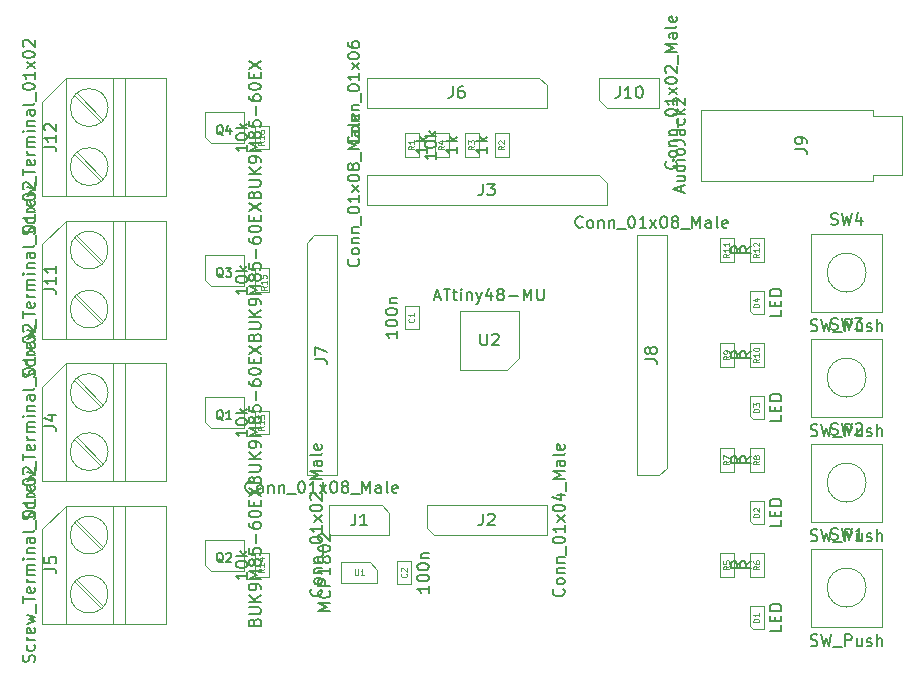
<source format=gbr>
G04 #@! TF.GenerationSoftware,KiCad,Pcbnew,(5.1.0-rc1-103-gc65c7d3de)*
G04 #@! TF.CreationDate,2019-08-30T11:30:51+02:00
G04 #@! TF.ProjectId,pinballControlUnit,70696e62-616c-46c4-936f-6e74726f6c55,rev?*
G04 #@! TF.SameCoordinates,Original*
G04 #@! TF.FileFunction,Other,Fab,Top*
%FSLAX46Y46*%
G04 Gerber Fmt 4.6, Leading zero omitted, Abs format (unit mm)*
G04 Created by KiCad (PCBNEW (5.1.0-rc1-103-gc65c7d3de)) date 2019-08-30 11:30:51*
%MOMM*%
%LPD*%
G04 APERTURE LIST*
%ADD10C,0.100000*%
%ADD11C,0.150000*%
%ADD12C,0.080000*%
%ADD13C,0.130000*%
%ADD14C,0.075000*%
G04 APERTURE END LIST*
D10*
X116840000Y-96520000D02*
X116205000Y-97155000D01*
X116840000Y-76835000D02*
X116840000Y-96520000D01*
X114300000Y-76835000D02*
X116840000Y-76835000D01*
X114300000Y-97155000D02*
X114300000Y-76835000D01*
X116205000Y-97155000D02*
X114300000Y-97155000D01*
X111760000Y-66040000D02*
X111125000Y-65405000D01*
X116205000Y-66040000D02*
X111760000Y-66040000D01*
X116205000Y-63500000D02*
X116205000Y-66040000D01*
X111125000Y-63500000D02*
X116205000Y-63500000D01*
X111125000Y-65405000D02*
X111125000Y-63500000D01*
X86360000Y-77470000D02*
X86995000Y-76835000D01*
X86360000Y-97155000D02*
X86360000Y-77470000D01*
X88900000Y-97155000D02*
X86360000Y-97155000D01*
X88900000Y-76835000D02*
X88900000Y-97155000D01*
X86995000Y-76835000D02*
X88900000Y-76835000D01*
X106045000Y-63500000D02*
X106680000Y-64135000D01*
X91440000Y-63500000D02*
X106045000Y-63500000D01*
X91440000Y-66040000D02*
X91440000Y-63500000D01*
X106680000Y-66040000D02*
X91440000Y-66040000D01*
X106680000Y-64135000D02*
X106680000Y-66040000D01*
X111125000Y-71755000D02*
X111760000Y-72390000D01*
X91440000Y-71755000D02*
X111125000Y-71755000D01*
X91440000Y-74295000D02*
X91440000Y-71755000D01*
X111760000Y-74295000D02*
X91440000Y-74295000D01*
X111760000Y-72390000D02*
X111760000Y-74295000D01*
X92710000Y-99695000D02*
X93345000Y-100330000D01*
X88265000Y-99695000D02*
X92710000Y-99695000D01*
X88265000Y-102235000D02*
X88265000Y-99695000D01*
X93345000Y-102235000D02*
X88265000Y-102235000D01*
X93345000Y-100330000D02*
X93345000Y-102235000D01*
X104340000Y-87225000D02*
X103340000Y-88225000D01*
X104340000Y-83225000D02*
X104340000Y-87225000D01*
X99340000Y-83225000D02*
X104340000Y-83225000D01*
X99340000Y-88225000D02*
X99340000Y-83225000D01*
X103340000Y-88225000D02*
X99340000Y-88225000D01*
X129080000Y-83310000D02*
X129080000Y-76710000D01*
X135080000Y-83310000D02*
X129080000Y-83310000D01*
X135080000Y-76710000D02*
X135080000Y-83310000D01*
X129080000Y-76710000D02*
X135080000Y-76710000D01*
X133730000Y-80010000D02*
G75*
G03X133730000Y-80010000I-1650000J0D01*
G01*
X129080000Y-92200000D02*
X129080000Y-85600000D01*
X135080000Y-92200000D02*
X129080000Y-92200000D01*
X135080000Y-85600000D02*
X135080000Y-92200000D01*
X129080000Y-85600000D02*
X135080000Y-85600000D01*
X133730000Y-88900000D02*
G75*
G03X133730000Y-88900000I-1650000J0D01*
G01*
X129080000Y-101090000D02*
X129080000Y-94490000D01*
X135080000Y-101090000D02*
X129080000Y-101090000D01*
X135080000Y-94490000D02*
X135080000Y-101090000D01*
X129080000Y-94490000D02*
X135080000Y-94490000D01*
X133730000Y-97790000D02*
G75*
G03X133730000Y-97790000I-1650000J0D01*
G01*
X129080000Y-109980000D02*
X129080000Y-103380000D01*
X135080000Y-109980000D02*
X129080000Y-109980000D01*
X135080000Y-103380000D02*
X135080000Y-109980000D01*
X129080000Y-103380000D02*
X135080000Y-103380000D01*
X133730000Y-106680000D02*
G75*
G03X133730000Y-106680000I-1650000J0D01*
G01*
X81950000Y-105775000D02*
X81950000Y-103775000D01*
X83150000Y-105775000D02*
X81950000Y-105775000D01*
X83150000Y-103775000D02*
X83150000Y-105775000D01*
X81950000Y-103775000D02*
X83150000Y-103775000D01*
X81950000Y-93710000D02*
X81950000Y-91710000D01*
X83150000Y-93710000D02*
X81950000Y-93710000D01*
X83150000Y-91710000D02*
X83150000Y-93710000D01*
X81950000Y-91710000D02*
X83150000Y-91710000D01*
X123860000Y-79105000D02*
X123860000Y-77105000D01*
X125060000Y-79105000D02*
X123860000Y-79105000D01*
X125060000Y-77105000D02*
X125060000Y-79105000D01*
X123860000Y-77105000D02*
X125060000Y-77105000D01*
X122520000Y-77105000D02*
X122520000Y-79105000D01*
X121320000Y-77105000D02*
X122520000Y-77105000D01*
X121320000Y-79105000D02*
X121320000Y-77105000D01*
X122520000Y-79105000D02*
X121320000Y-79105000D01*
X123860000Y-87995000D02*
X123860000Y-85995000D01*
X125060000Y-87995000D02*
X123860000Y-87995000D01*
X125060000Y-85995000D02*
X125060000Y-87995000D01*
X123860000Y-85995000D02*
X125060000Y-85995000D01*
X122520000Y-85995000D02*
X122520000Y-87995000D01*
X121320000Y-85995000D02*
X122520000Y-85995000D01*
X121320000Y-87995000D02*
X121320000Y-85995000D01*
X122520000Y-87995000D02*
X121320000Y-87995000D01*
X123860000Y-96885000D02*
X123860000Y-94885000D01*
X125060000Y-96885000D02*
X123860000Y-96885000D01*
X125060000Y-94885000D02*
X125060000Y-96885000D01*
X123860000Y-94885000D02*
X125060000Y-94885000D01*
X122520000Y-94885000D02*
X122520000Y-96885000D01*
X121320000Y-94885000D02*
X122520000Y-94885000D01*
X121320000Y-96885000D02*
X121320000Y-94885000D01*
X122520000Y-96885000D02*
X121320000Y-96885000D01*
X123860000Y-105775000D02*
X123860000Y-103775000D01*
X125060000Y-105775000D02*
X123860000Y-105775000D01*
X125060000Y-103775000D02*
X125060000Y-105775000D01*
X123860000Y-103775000D02*
X125060000Y-103775000D01*
X122520000Y-103775000D02*
X122520000Y-105775000D01*
X121320000Y-103775000D02*
X122520000Y-103775000D01*
X121320000Y-105775000D02*
X121320000Y-103775000D01*
X122520000Y-105775000D02*
X121320000Y-105775000D01*
X97190000Y-70215000D02*
X97190000Y-68215000D01*
X98390000Y-70215000D02*
X97190000Y-70215000D01*
X98390000Y-68215000D02*
X98390000Y-70215000D01*
X97190000Y-68215000D02*
X98390000Y-68215000D01*
X99730000Y-70215000D02*
X99730000Y-68215000D01*
X100930000Y-70215000D02*
X99730000Y-70215000D01*
X100930000Y-68215000D02*
X100930000Y-70215000D01*
X99730000Y-68215000D02*
X100930000Y-68215000D01*
X102270000Y-70215000D02*
X102270000Y-68215000D01*
X103470000Y-70215000D02*
X102270000Y-70215000D01*
X103470000Y-68215000D02*
X103470000Y-70215000D01*
X102270000Y-68215000D02*
X103470000Y-68215000D01*
X95850000Y-68215000D02*
X95850000Y-70215000D01*
X94650000Y-68215000D02*
X95850000Y-68215000D01*
X94650000Y-70215000D02*
X94650000Y-68215000D01*
X95850000Y-70215000D02*
X94650000Y-70215000D01*
X77725000Y-104740000D02*
X78225000Y-105240000D01*
X81025000Y-102640000D02*
X77725000Y-102640000D01*
X81025000Y-105240000D02*
X81025000Y-102640000D01*
X78225000Y-105240000D02*
X81025000Y-105240000D01*
X77725000Y-104740000D02*
X77725000Y-102640000D01*
X77725000Y-92675000D02*
X78225000Y-93175000D01*
X81025000Y-90575000D02*
X77725000Y-90575000D01*
X81025000Y-93175000D02*
X81025000Y-90575000D01*
X78225000Y-93175000D02*
X81025000Y-93175000D01*
X77725000Y-92675000D02*
X77725000Y-90575000D01*
X134270000Y-71715000D02*
X134270000Y-72215000D01*
X136770000Y-71715000D02*
X134270000Y-71715000D01*
X136770000Y-66715000D02*
X136770000Y-71715000D01*
X134270000Y-66715000D02*
X136770000Y-66715000D01*
X134270000Y-66215000D02*
X134270000Y-66715000D01*
X119770000Y-66215000D02*
X134270000Y-66215000D01*
X119770000Y-72215000D02*
X119770000Y-66215000D01*
X134270000Y-72215000D02*
X119770000Y-72215000D01*
X69159000Y-96189000D02*
X66927000Y-93957000D01*
X68964000Y-96384000D02*
X66731000Y-94152000D01*
X69159000Y-91189000D02*
X66927000Y-88956000D01*
X68964000Y-91384000D02*
X66731000Y-89151000D01*
X70945000Y-87670000D02*
X70945000Y-97670000D01*
X69945000Y-87670000D02*
X69945000Y-97670000D01*
X65945000Y-87670000D02*
X65945000Y-97670000D01*
X65945000Y-87670000D02*
X74445000Y-87670000D01*
X63945000Y-89670000D02*
X65945000Y-87670000D01*
X63945000Y-97670000D02*
X63945000Y-89670000D01*
X74445000Y-97670000D02*
X63945000Y-97670000D01*
X74445000Y-87670000D02*
X74445000Y-97670000D01*
X69545000Y-95170000D02*
G75*
G03X69545000Y-95170000I-1600000J0D01*
G01*
X69545000Y-90170000D02*
G75*
G03X69545000Y-90170000I-1600000J0D01*
G01*
X125060000Y-81550000D02*
X123860000Y-81550000D01*
X125060000Y-83550000D02*
X125060000Y-81550000D01*
X124160000Y-83550000D02*
X125060000Y-83550000D01*
X123860000Y-83250000D02*
X124160000Y-83550000D01*
X123860000Y-81550000D02*
X123860000Y-83250000D01*
X125060000Y-90440000D02*
X123860000Y-90440000D01*
X125060000Y-92440000D02*
X125060000Y-90440000D01*
X124160000Y-92440000D02*
X125060000Y-92440000D01*
X123860000Y-92140000D02*
X124160000Y-92440000D01*
X123860000Y-90440000D02*
X123860000Y-92140000D01*
X125060000Y-99330000D02*
X123860000Y-99330000D01*
X125060000Y-101330000D02*
X125060000Y-99330000D01*
X124160000Y-101330000D02*
X125060000Y-101330000D01*
X123860000Y-101030000D02*
X124160000Y-101330000D01*
X123860000Y-99330000D02*
X123860000Y-101030000D01*
X125060000Y-108220000D02*
X123860000Y-108220000D01*
X125060000Y-110220000D02*
X125060000Y-108220000D01*
X124160000Y-110220000D02*
X125060000Y-110220000D01*
X123860000Y-109920000D02*
X124160000Y-110220000D01*
X123860000Y-108220000D02*
X123860000Y-109920000D01*
X94650000Y-84820000D02*
X94650000Y-82820000D01*
X95850000Y-84820000D02*
X94650000Y-84820000D01*
X95850000Y-82820000D02*
X95850000Y-84820000D01*
X94650000Y-82820000D02*
X95850000Y-82820000D01*
X95215000Y-106410000D02*
X94015000Y-106410000D01*
X94015000Y-106410000D02*
X94015000Y-104410000D01*
X94015000Y-104410000D02*
X95215000Y-104410000D01*
X95215000Y-104410000D02*
X95215000Y-106410000D01*
X69545000Y-78105000D02*
G75*
G03X69545000Y-78105000I-1600000J0D01*
G01*
X69545000Y-83105000D02*
G75*
G03X69545000Y-83105000I-1600000J0D01*
G01*
X74445000Y-75605000D02*
X74445000Y-85605000D01*
X74445000Y-85605000D02*
X63945000Y-85605000D01*
X63945000Y-85605000D02*
X63945000Y-77605000D01*
X63945000Y-77605000D02*
X65945000Y-75605000D01*
X65945000Y-75605000D02*
X74445000Y-75605000D01*
X65945000Y-75605000D02*
X65945000Y-85605000D01*
X69945000Y-75605000D02*
X69945000Y-85605000D01*
X70945000Y-75605000D02*
X70945000Y-85605000D01*
X68964000Y-79319000D02*
X66731000Y-77086000D01*
X69159000Y-79124000D02*
X66927000Y-76891000D01*
X68964000Y-84319000D02*
X66731000Y-82087000D01*
X69159000Y-84124000D02*
X66927000Y-81892000D01*
X77725000Y-80610000D02*
X78225000Y-81110000D01*
X81025000Y-78510000D02*
X77725000Y-78510000D01*
X81025000Y-81110000D02*
X81025000Y-78510000D01*
X78225000Y-81110000D02*
X81025000Y-81110000D01*
X77725000Y-80610000D02*
X77725000Y-78510000D01*
X77725000Y-68545000D02*
X77725000Y-66445000D01*
X78225000Y-69045000D02*
X81025000Y-69045000D01*
X81025000Y-69045000D02*
X81025000Y-66445000D01*
X81025000Y-66445000D02*
X77725000Y-66445000D01*
X77725000Y-68545000D02*
X78225000Y-69045000D01*
X81950000Y-79645000D02*
X83150000Y-79645000D01*
X83150000Y-79645000D02*
X83150000Y-81645000D01*
X83150000Y-81645000D02*
X81950000Y-81645000D01*
X81950000Y-81645000D02*
X81950000Y-79645000D01*
X81950000Y-69580000D02*
X81950000Y-67580000D01*
X83150000Y-69580000D02*
X81950000Y-69580000D01*
X83150000Y-67580000D02*
X83150000Y-69580000D01*
X81950000Y-67580000D02*
X83150000Y-67580000D01*
X69159000Y-108254000D02*
X66927000Y-106022000D01*
X68964000Y-108449000D02*
X66731000Y-106217000D01*
X69159000Y-103254000D02*
X66927000Y-101021000D01*
X68964000Y-103449000D02*
X66731000Y-101216000D01*
X70945000Y-99735000D02*
X70945000Y-109735000D01*
X69945000Y-99735000D02*
X69945000Y-109735000D01*
X65945000Y-99735000D02*
X65945000Y-109735000D01*
X65945000Y-99735000D02*
X74445000Y-99735000D01*
X63945000Y-101735000D02*
X65945000Y-99735000D01*
X63945000Y-109735000D02*
X63945000Y-101735000D01*
X74445000Y-109735000D02*
X63945000Y-109735000D01*
X74445000Y-99735000D02*
X74445000Y-109735000D01*
X69545000Y-107235000D02*
G75*
G03X69545000Y-107235000I-1600000J0D01*
G01*
X69545000Y-102235000D02*
G75*
G03X69545000Y-102235000I-1600000J0D01*
G01*
X69545000Y-66040000D02*
G75*
G03X69545000Y-66040000I-1600000J0D01*
G01*
X69545000Y-71040000D02*
G75*
G03X69545000Y-71040000I-1600000J0D01*
G01*
X74445000Y-63540000D02*
X74445000Y-73540000D01*
X74445000Y-73540000D02*
X63945000Y-73540000D01*
X63945000Y-73540000D02*
X63945000Y-65540000D01*
X63945000Y-65540000D02*
X65945000Y-63540000D01*
X65945000Y-63540000D02*
X74445000Y-63540000D01*
X65945000Y-63540000D02*
X65945000Y-73540000D01*
X69945000Y-63540000D02*
X69945000Y-73540000D01*
X70945000Y-63540000D02*
X70945000Y-73540000D01*
X68964000Y-67254000D02*
X66731000Y-65021000D01*
X69159000Y-67059000D02*
X66927000Y-64826000D01*
X68964000Y-72254000D02*
X66731000Y-70022000D01*
X69159000Y-72059000D02*
X66927000Y-69827000D01*
X96520000Y-101600000D02*
X96520000Y-99695000D01*
X96520000Y-99695000D02*
X106680000Y-99695000D01*
X106680000Y-99695000D02*
X106680000Y-102235000D01*
X106680000Y-102235000D02*
X97155000Y-102235000D01*
X97155000Y-102235000D02*
X96520000Y-101600000D01*
X91705000Y-104510000D02*
X92355000Y-105160000D01*
X92355000Y-106310000D02*
X92355000Y-105160000D01*
X91705000Y-104510000D02*
X89255000Y-104510000D01*
X89255000Y-106310000D02*
X89255000Y-104510000D01*
X92355000Y-106310000D02*
X89255000Y-106310000D01*
D11*
X109736666Y-76132142D02*
X109689047Y-76179761D01*
X109546190Y-76227380D01*
X109450952Y-76227380D01*
X109308095Y-76179761D01*
X109212857Y-76084523D01*
X109165238Y-75989285D01*
X109117619Y-75798809D01*
X109117619Y-75655952D01*
X109165238Y-75465476D01*
X109212857Y-75370238D01*
X109308095Y-75275000D01*
X109450952Y-75227380D01*
X109546190Y-75227380D01*
X109689047Y-75275000D01*
X109736666Y-75322619D01*
X110308095Y-76227380D02*
X110212857Y-76179761D01*
X110165238Y-76132142D01*
X110117619Y-76036904D01*
X110117619Y-75751190D01*
X110165238Y-75655952D01*
X110212857Y-75608333D01*
X110308095Y-75560714D01*
X110450952Y-75560714D01*
X110546190Y-75608333D01*
X110593809Y-75655952D01*
X110641428Y-75751190D01*
X110641428Y-76036904D01*
X110593809Y-76132142D01*
X110546190Y-76179761D01*
X110450952Y-76227380D01*
X110308095Y-76227380D01*
X111070000Y-75560714D02*
X111070000Y-76227380D01*
X111070000Y-75655952D02*
X111117619Y-75608333D01*
X111212857Y-75560714D01*
X111355714Y-75560714D01*
X111450952Y-75608333D01*
X111498571Y-75703571D01*
X111498571Y-76227380D01*
X111974761Y-75560714D02*
X111974761Y-76227380D01*
X111974761Y-75655952D02*
X112022380Y-75608333D01*
X112117619Y-75560714D01*
X112260476Y-75560714D01*
X112355714Y-75608333D01*
X112403333Y-75703571D01*
X112403333Y-76227380D01*
X112641428Y-76322619D02*
X113403333Y-76322619D01*
X113831904Y-75227380D02*
X113927142Y-75227380D01*
X114022380Y-75275000D01*
X114070000Y-75322619D01*
X114117619Y-75417857D01*
X114165238Y-75608333D01*
X114165238Y-75846428D01*
X114117619Y-76036904D01*
X114070000Y-76132142D01*
X114022380Y-76179761D01*
X113927142Y-76227380D01*
X113831904Y-76227380D01*
X113736666Y-76179761D01*
X113689047Y-76132142D01*
X113641428Y-76036904D01*
X113593809Y-75846428D01*
X113593809Y-75608333D01*
X113641428Y-75417857D01*
X113689047Y-75322619D01*
X113736666Y-75275000D01*
X113831904Y-75227380D01*
X115117619Y-76227380D02*
X114546190Y-76227380D01*
X114831904Y-76227380D02*
X114831904Y-75227380D01*
X114736666Y-75370238D01*
X114641428Y-75465476D01*
X114546190Y-75513095D01*
X115450952Y-76227380D02*
X115974761Y-75560714D01*
X115450952Y-75560714D02*
X115974761Y-76227380D01*
X116546190Y-75227380D02*
X116641428Y-75227380D01*
X116736666Y-75275000D01*
X116784285Y-75322619D01*
X116831904Y-75417857D01*
X116879523Y-75608333D01*
X116879523Y-75846428D01*
X116831904Y-76036904D01*
X116784285Y-76132142D01*
X116736666Y-76179761D01*
X116641428Y-76227380D01*
X116546190Y-76227380D01*
X116450952Y-76179761D01*
X116403333Y-76132142D01*
X116355714Y-76036904D01*
X116308095Y-75846428D01*
X116308095Y-75608333D01*
X116355714Y-75417857D01*
X116403333Y-75322619D01*
X116450952Y-75275000D01*
X116546190Y-75227380D01*
X117450952Y-75655952D02*
X117355714Y-75608333D01*
X117308095Y-75560714D01*
X117260476Y-75465476D01*
X117260476Y-75417857D01*
X117308095Y-75322619D01*
X117355714Y-75275000D01*
X117450952Y-75227380D01*
X117641428Y-75227380D01*
X117736666Y-75275000D01*
X117784285Y-75322619D01*
X117831904Y-75417857D01*
X117831904Y-75465476D01*
X117784285Y-75560714D01*
X117736666Y-75608333D01*
X117641428Y-75655952D01*
X117450952Y-75655952D01*
X117355714Y-75703571D01*
X117308095Y-75751190D01*
X117260476Y-75846428D01*
X117260476Y-76036904D01*
X117308095Y-76132142D01*
X117355714Y-76179761D01*
X117450952Y-76227380D01*
X117641428Y-76227380D01*
X117736666Y-76179761D01*
X117784285Y-76132142D01*
X117831904Y-76036904D01*
X117831904Y-75846428D01*
X117784285Y-75751190D01*
X117736666Y-75703571D01*
X117641428Y-75655952D01*
X118022380Y-76322619D02*
X118784285Y-76322619D01*
X119022380Y-76227380D02*
X119022380Y-75227380D01*
X119355714Y-75941666D01*
X119689047Y-75227380D01*
X119689047Y-76227380D01*
X120593809Y-76227380D02*
X120593809Y-75703571D01*
X120546190Y-75608333D01*
X120450952Y-75560714D01*
X120260476Y-75560714D01*
X120165238Y-75608333D01*
X120593809Y-76179761D02*
X120498571Y-76227380D01*
X120260476Y-76227380D01*
X120165238Y-76179761D01*
X120117619Y-76084523D01*
X120117619Y-75989285D01*
X120165238Y-75894047D01*
X120260476Y-75846428D01*
X120498571Y-75846428D01*
X120593809Y-75798809D01*
X121212857Y-76227380D02*
X121117619Y-76179761D01*
X121070000Y-76084523D01*
X121070000Y-75227380D01*
X121974761Y-76179761D02*
X121879523Y-76227380D01*
X121689047Y-76227380D01*
X121593809Y-76179761D01*
X121546190Y-76084523D01*
X121546190Y-75703571D01*
X121593809Y-75608333D01*
X121689047Y-75560714D01*
X121879523Y-75560714D01*
X121974761Y-75608333D01*
X122022380Y-75703571D01*
X122022380Y-75798809D01*
X121546190Y-75894047D01*
X115022380Y-87328333D02*
X115736666Y-87328333D01*
X115879523Y-87375952D01*
X115974761Y-87471190D01*
X116022380Y-87614047D01*
X116022380Y-87709285D01*
X115450952Y-86709285D02*
X115403333Y-86804523D01*
X115355714Y-86852142D01*
X115260476Y-86899761D01*
X115212857Y-86899761D01*
X115117619Y-86852142D01*
X115070000Y-86804523D01*
X115022380Y-86709285D01*
X115022380Y-86518809D01*
X115070000Y-86423571D01*
X115117619Y-86375952D01*
X115212857Y-86328333D01*
X115260476Y-86328333D01*
X115355714Y-86375952D01*
X115403333Y-86423571D01*
X115450952Y-86518809D01*
X115450952Y-86709285D01*
X115498571Y-86804523D01*
X115546190Y-86852142D01*
X115641428Y-86899761D01*
X115831904Y-86899761D01*
X115927142Y-86852142D01*
X115974761Y-86804523D01*
X116022380Y-86709285D01*
X116022380Y-86518809D01*
X115974761Y-86423571D01*
X115927142Y-86375952D01*
X115831904Y-86328333D01*
X115641428Y-86328333D01*
X115546190Y-86375952D01*
X115498571Y-86423571D01*
X115450952Y-86518809D01*
X117622142Y-70603333D02*
X117669761Y-70650952D01*
X117717380Y-70793809D01*
X117717380Y-70889047D01*
X117669761Y-71031904D01*
X117574523Y-71127142D01*
X117479285Y-71174761D01*
X117288809Y-71222380D01*
X117145952Y-71222380D01*
X116955476Y-71174761D01*
X116860238Y-71127142D01*
X116765000Y-71031904D01*
X116717380Y-70889047D01*
X116717380Y-70793809D01*
X116765000Y-70650952D01*
X116812619Y-70603333D01*
X117717380Y-70031904D02*
X117669761Y-70127142D01*
X117622142Y-70174761D01*
X117526904Y-70222380D01*
X117241190Y-70222380D01*
X117145952Y-70174761D01*
X117098333Y-70127142D01*
X117050714Y-70031904D01*
X117050714Y-69889047D01*
X117098333Y-69793809D01*
X117145952Y-69746190D01*
X117241190Y-69698571D01*
X117526904Y-69698571D01*
X117622142Y-69746190D01*
X117669761Y-69793809D01*
X117717380Y-69889047D01*
X117717380Y-70031904D01*
X117050714Y-69270000D02*
X117717380Y-69270000D01*
X117145952Y-69270000D02*
X117098333Y-69222380D01*
X117050714Y-69127142D01*
X117050714Y-68984285D01*
X117098333Y-68889047D01*
X117193571Y-68841428D01*
X117717380Y-68841428D01*
X117050714Y-68365238D02*
X117717380Y-68365238D01*
X117145952Y-68365238D02*
X117098333Y-68317619D01*
X117050714Y-68222380D01*
X117050714Y-68079523D01*
X117098333Y-67984285D01*
X117193571Y-67936666D01*
X117717380Y-67936666D01*
X117812619Y-67698571D02*
X117812619Y-66936666D01*
X116717380Y-66508095D02*
X116717380Y-66412857D01*
X116765000Y-66317619D01*
X116812619Y-66270000D01*
X116907857Y-66222380D01*
X117098333Y-66174761D01*
X117336428Y-66174761D01*
X117526904Y-66222380D01*
X117622142Y-66270000D01*
X117669761Y-66317619D01*
X117717380Y-66412857D01*
X117717380Y-66508095D01*
X117669761Y-66603333D01*
X117622142Y-66650952D01*
X117526904Y-66698571D01*
X117336428Y-66746190D01*
X117098333Y-66746190D01*
X116907857Y-66698571D01*
X116812619Y-66650952D01*
X116765000Y-66603333D01*
X116717380Y-66508095D01*
X117717380Y-65222380D02*
X117717380Y-65793809D01*
X117717380Y-65508095D02*
X116717380Y-65508095D01*
X116860238Y-65603333D01*
X116955476Y-65698571D01*
X117003095Y-65793809D01*
X117717380Y-64889047D02*
X117050714Y-64365238D01*
X117050714Y-64889047D02*
X117717380Y-64365238D01*
X116717380Y-63793809D02*
X116717380Y-63698571D01*
X116765000Y-63603333D01*
X116812619Y-63555714D01*
X116907857Y-63508095D01*
X117098333Y-63460476D01*
X117336428Y-63460476D01*
X117526904Y-63508095D01*
X117622142Y-63555714D01*
X117669761Y-63603333D01*
X117717380Y-63698571D01*
X117717380Y-63793809D01*
X117669761Y-63889047D01*
X117622142Y-63936666D01*
X117526904Y-63984285D01*
X117336428Y-64031904D01*
X117098333Y-64031904D01*
X116907857Y-63984285D01*
X116812619Y-63936666D01*
X116765000Y-63889047D01*
X116717380Y-63793809D01*
X116812619Y-63079523D02*
X116765000Y-63031904D01*
X116717380Y-62936666D01*
X116717380Y-62698571D01*
X116765000Y-62603333D01*
X116812619Y-62555714D01*
X116907857Y-62508095D01*
X117003095Y-62508095D01*
X117145952Y-62555714D01*
X117717380Y-63127142D01*
X117717380Y-62508095D01*
X117812619Y-62317619D02*
X117812619Y-61555714D01*
X117717380Y-61317619D02*
X116717380Y-61317619D01*
X117431666Y-60984285D01*
X116717380Y-60650952D01*
X117717380Y-60650952D01*
X117717380Y-59746190D02*
X117193571Y-59746190D01*
X117098333Y-59793809D01*
X117050714Y-59889047D01*
X117050714Y-60079523D01*
X117098333Y-60174761D01*
X117669761Y-59746190D02*
X117717380Y-59841428D01*
X117717380Y-60079523D01*
X117669761Y-60174761D01*
X117574523Y-60222380D01*
X117479285Y-60222380D01*
X117384047Y-60174761D01*
X117336428Y-60079523D01*
X117336428Y-59841428D01*
X117288809Y-59746190D01*
X117717380Y-59127142D02*
X117669761Y-59222380D01*
X117574523Y-59270000D01*
X116717380Y-59270000D01*
X117669761Y-58365238D02*
X117717380Y-58460476D01*
X117717380Y-58650952D01*
X117669761Y-58746190D01*
X117574523Y-58793809D01*
X117193571Y-58793809D01*
X117098333Y-58746190D01*
X117050714Y-58650952D01*
X117050714Y-58460476D01*
X117098333Y-58365238D01*
X117193571Y-58317619D01*
X117288809Y-58317619D01*
X117384047Y-58793809D01*
X112855476Y-64222380D02*
X112855476Y-64936666D01*
X112807857Y-65079523D01*
X112712619Y-65174761D01*
X112569761Y-65222380D01*
X112474523Y-65222380D01*
X113855476Y-65222380D02*
X113284047Y-65222380D01*
X113569761Y-65222380D02*
X113569761Y-64222380D01*
X113474523Y-64365238D01*
X113379285Y-64460476D01*
X113284047Y-64508095D01*
X114474523Y-64222380D02*
X114569761Y-64222380D01*
X114665000Y-64270000D01*
X114712619Y-64317619D01*
X114760238Y-64412857D01*
X114807857Y-64603333D01*
X114807857Y-64841428D01*
X114760238Y-65031904D01*
X114712619Y-65127142D01*
X114665000Y-65174761D01*
X114569761Y-65222380D01*
X114474523Y-65222380D01*
X114379285Y-65174761D01*
X114331666Y-65127142D01*
X114284047Y-65031904D01*
X114236428Y-64841428D01*
X114236428Y-64603333D01*
X114284047Y-64412857D01*
X114331666Y-64317619D01*
X114379285Y-64270000D01*
X114474523Y-64222380D01*
X81796666Y-98572142D02*
X81749047Y-98619761D01*
X81606190Y-98667380D01*
X81510952Y-98667380D01*
X81368095Y-98619761D01*
X81272857Y-98524523D01*
X81225238Y-98429285D01*
X81177619Y-98238809D01*
X81177619Y-98095952D01*
X81225238Y-97905476D01*
X81272857Y-97810238D01*
X81368095Y-97715000D01*
X81510952Y-97667380D01*
X81606190Y-97667380D01*
X81749047Y-97715000D01*
X81796666Y-97762619D01*
X82368095Y-98667380D02*
X82272857Y-98619761D01*
X82225238Y-98572142D01*
X82177619Y-98476904D01*
X82177619Y-98191190D01*
X82225238Y-98095952D01*
X82272857Y-98048333D01*
X82368095Y-98000714D01*
X82510952Y-98000714D01*
X82606190Y-98048333D01*
X82653809Y-98095952D01*
X82701428Y-98191190D01*
X82701428Y-98476904D01*
X82653809Y-98572142D01*
X82606190Y-98619761D01*
X82510952Y-98667380D01*
X82368095Y-98667380D01*
X83130000Y-98000714D02*
X83130000Y-98667380D01*
X83130000Y-98095952D02*
X83177619Y-98048333D01*
X83272857Y-98000714D01*
X83415714Y-98000714D01*
X83510952Y-98048333D01*
X83558571Y-98143571D01*
X83558571Y-98667380D01*
X84034761Y-98000714D02*
X84034761Y-98667380D01*
X84034761Y-98095952D02*
X84082380Y-98048333D01*
X84177619Y-98000714D01*
X84320476Y-98000714D01*
X84415714Y-98048333D01*
X84463333Y-98143571D01*
X84463333Y-98667380D01*
X84701428Y-98762619D02*
X85463333Y-98762619D01*
X85891904Y-97667380D02*
X85987142Y-97667380D01*
X86082380Y-97715000D01*
X86130000Y-97762619D01*
X86177619Y-97857857D01*
X86225238Y-98048333D01*
X86225238Y-98286428D01*
X86177619Y-98476904D01*
X86130000Y-98572142D01*
X86082380Y-98619761D01*
X85987142Y-98667380D01*
X85891904Y-98667380D01*
X85796666Y-98619761D01*
X85749047Y-98572142D01*
X85701428Y-98476904D01*
X85653809Y-98286428D01*
X85653809Y-98048333D01*
X85701428Y-97857857D01*
X85749047Y-97762619D01*
X85796666Y-97715000D01*
X85891904Y-97667380D01*
X87177619Y-98667380D02*
X86606190Y-98667380D01*
X86891904Y-98667380D02*
X86891904Y-97667380D01*
X86796666Y-97810238D01*
X86701428Y-97905476D01*
X86606190Y-97953095D01*
X87510952Y-98667380D02*
X88034761Y-98000714D01*
X87510952Y-98000714D02*
X88034761Y-98667380D01*
X88606190Y-97667380D02*
X88701428Y-97667380D01*
X88796666Y-97715000D01*
X88844285Y-97762619D01*
X88891904Y-97857857D01*
X88939523Y-98048333D01*
X88939523Y-98286428D01*
X88891904Y-98476904D01*
X88844285Y-98572142D01*
X88796666Y-98619761D01*
X88701428Y-98667380D01*
X88606190Y-98667380D01*
X88510952Y-98619761D01*
X88463333Y-98572142D01*
X88415714Y-98476904D01*
X88368095Y-98286428D01*
X88368095Y-98048333D01*
X88415714Y-97857857D01*
X88463333Y-97762619D01*
X88510952Y-97715000D01*
X88606190Y-97667380D01*
X89510952Y-98095952D02*
X89415714Y-98048333D01*
X89368095Y-98000714D01*
X89320476Y-97905476D01*
X89320476Y-97857857D01*
X89368095Y-97762619D01*
X89415714Y-97715000D01*
X89510952Y-97667380D01*
X89701428Y-97667380D01*
X89796666Y-97715000D01*
X89844285Y-97762619D01*
X89891904Y-97857857D01*
X89891904Y-97905476D01*
X89844285Y-98000714D01*
X89796666Y-98048333D01*
X89701428Y-98095952D01*
X89510952Y-98095952D01*
X89415714Y-98143571D01*
X89368095Y-98191190D01*
X89320476Y-98286428D01*
X89320476Y-98476904D01*
X89368095Y-98572142D01*
X89415714Y-98619761D01*
X89510952Y-98667380D01*
X89701428Y-98667380D01*
X89796666Y-98619761D01*
X89844285Y-98572142D01*
X89891904Y-98476904D01*
X89891904Y-98286428D01*
X89844285Y-98191190D01*
X89796666Y-98143571D01*
X89701428Y-98095952D01*
X90082380Y-98762619D02*
X90844285Y-98762619D01*
X91082380Y-98667380D02*
X91082380Y-97667380D01*
X91415714Y-98381666D01*
X91749047Y-97667380D01*
X91749047Y-98667380D01*
X92653809Y-98667380D02*
X92653809Y-98143571D01*
X92606190Y-98048333D01*
X92510952Y-98000714D01*
X92320476Y-98000714D01*
X92225238Y-98048333D01*
X92653809Y-98619761D02*
X92558571Y-98667380D01*
X92320476Y-98667380D01*
X92225238Y-98619761D01*
X92177619Y-98524523D01*
X92177619Y-98429285D01*
X92225238Y-98334047D01*
X92320476Y-98286428D01*
X92558571Y-98286428D01*
X92653809Y-98238809D01*
X93272857Y-98667380D02*
X93177619Y-98619761D01*
X93130000Y-98524523D01*
X93130000Y-97667380D01*
X94034761Y-98619761D02*
X93939523Y-98667380D01*
X93749047Y-98667380D01*
X93653809Y-98619761D01*
X93606190Y-98524523D01*
X93606190Y-98143571D01*
X93653809Y-98048333D01*
X93749047Y-98000714D01*
X93939523Y-98000714D01*
X94034761Y-98048333D01*
X94082380Y-98143571D01*
X94082380Y-98238809D01*
X93606190Y-98334047D01*
X87082380Y-87328333D02*
X87796666Y-87328333D01*
X87939523Y-87375952D01*
X88034761Y-87471190D01*
X88082380Y-87614047D01*
X88082380Y-87709285D01*
X87082380Y-86947380D02*
X87082380Y-86280714D01*
X88082380Y-86709285D01*
X90737142Y-68508095D02*
X90784761Y-68555714D01*
X90832380Y-68698571D01*
X90832380Y-68793809D01*
X90784761Y-68936666D01*
X90689523Y-69031904D01*
X90594285Y-69079523D01*
X90403809Y-69127142D01*
X90260952Y-69127142D01*
X90070476Y-69079523D01*
X89975238Y-69031904D01*
X89880000Y-68936666D01*
X89832380Y-68793809D01*
X89832380Y-68698571D01*
X89880000Y-68555714D01*
X89927619Y-68508095D01*
X90832380Y-67936666D02*
X90784761Y-68031904D01*
X90737142Y-68079523D01*
X90641904Y-68127142D01*
X90356190Y-68127142D01*
X90260952Y-68079523D01*
X90213333Y-68031904D01*
X90165714Y-67936666D01*
X90165714Y-67793809D01*
X90213333Y-67698571D01*
X90260952Y-67650952D01*
X90356190Y-67603333D01*
X90641904Y-67603333D01*
X90737142Y-67650952D01*
X90784761Y-67698571D01*
X90832380Y-67793809D01*
X90832380Y-67936666D01*
X90165714Y-67174761D02*
X90832380Y-67174761D01*
X90260952Y-67174761D02*
X90213333Y-67127142D01*
X90165714Y-67031904D01*
X90165714Y-66889047D01*
X90213333Y-66793809D01*
X90308571Y-66746190D01*
X90832380Y-66746190D01*
X90165714Y-66270000D02*
X90832380Y-66270000D01*
X90260952Y-66270000D02*
X90213333Y-66222380D01*
X90165714Y-66127142D01*
X90165714Y-65984285D01*
X90213333Y-65889047D01*
X90308571Y-65841428D01*
X90832380Y-65841428D01*
X90927619Y-65603333D02*
X90927619Y-64841428D01*
X89832380Y-64412857D02*
X89832380Y-64317619D01*
X89880000Y-64222380D01*
X89927619Y-64174761D01*
X90022857Y-64127142D01*
X90213333Y-64079523D01*
X90451428Y-64079523D01*
X90641904Y-64127142D01*
X90737142Y-64174761D01*
X90784761Y-64222380D01*
X90832380Y-64317619D01*
X90832380Y-64412857D01*
X90784761Y-64508095D01*
X90737142Y-64555714D01*
X90641904Y-64603333D01*
X90451428Y-64650952D01*
X90213333Y-64650952D01*
X90022857Y-64603333D01*
X89927619Y-64555714D01*
X89880000Y-64508095D01*
X89832380Y-64412857D01*
X90832380Y-63127142D02*
X90832380Y-63698571D01*
X90832380Y-63412857D02*
X89832380Y-63412857D01*
X89975238Y-63508095D01*
X90070476Y-63603333D01*
X90118095Y-63698571D01*
X90832380Y-62793809D02*
X90165714Y-62270000D01*
X90165714Y-62793809D02*
X90832380Y-62270000D01*
X89832380Y-61698571D02*
X89832380Y-61603333D01*
X89880000Y-61508095D01*
X89927619Y-61460476D01*
X90022857Y-61412857D01*
X90213333Y-61365238D01*
X90451428Y-61365238D01*
X90641904Y-61412857D01*
X90737142Y-61460476D01*
X90784761Y-61508095D01*
X90832380Y-61603333D01*
X90832380Y-61698571D01*
X90784761Y-61793809D01*
X90737142Y-61841428D01*
X90641904Y-61889047D01*
X90451428Y-61936666D01*
X90213333Y-61936666D01*
X90022857Y-61889047D01*
X89927619Y-61841428D01*
X89880000Y-61793809D01*
X89832380Y-61698571D01*
X89832380Y-60508095D02*
X89832380Y-60698571D01*
X89880000Y-60793809D01*
X89927619Y-60841428D01*
X90070476Y-60936666D01*
X90260952Y-60984285D01*
X90641904Y-60984285D01*
X90737142Y-60936666D01*
X90784761Y-60889047D01*
X90832380Y-60793809D01*
X90832380Y-60603333D01*
X90784761Y-60508095D01*
X90737142Y-60460476D01*
X90641904Y-60412857D01*
X90403809Y-60412857D01*
X90308571Y-60460476D01*
X90260952Y-60508095D01*
X90213333Y-60603333D01*
X90213333Y-60793809D01*
X90260952Y-60889047D01*
X90308571Y-60936666D01*
X90403809Y-60984285D01*
X98726666Y-64222380D02*
X98726666Y-64936666D01*
X98679047Y-65079523D01*
X98583809Y-65174761D01*
X98440952Y-65222380D01*
X98345714Y-65222380D01*
X99631428Y-64222380D02*
X99440952Y-64222380D01*
X99345714Y-64270000D01*
X99298095Y-64317619D01*
X99202857Y-64460476D01*
X99155238Y-64650952D01*
X99155238Y-65031904D01*
X99202857Y-65127142D01*
X99250476Y-65174761D01*
X99345714Y-65222380D01*
X99536190Y-65222380D01*
X99631428Y-65174761D01*
X99679047Y-65127142D01*
X99726666Y-65031904D01*
X99726666Y-64793809D01*
X99679047Y-64698571D01*
X99631428Y-64650952D01*
X99536190Y-64603333D01*
X99345714Y-64603333D01*
X99250476Y-64650952D01*
X99202857Y-64698571D01*
X99155238Y-64793809D01*
X90737142Y-78858333D02*
X90784761Y-78905952D01*
X90832380Y-79048809D01*
X90832380Y-79144047D01*
X90784761Y-79286904D01*
X90689523Y-79382142D01*
X90594285Y-79429761D01*
X90403809Y-79477380D01*
X90260952Y-79477380D01*
X90070476Y-79429761D01*
X89975238Y-79382142D01*
X89880000Y-79286904D01*
X89832380Y-79144047D01*
X89832380Y-79048809D01*
X89880000Y-78905952D01*
X89927619Y-78858333D01*
X90832380Y-78286904D02*
X90784761Y-78382142D01*
X90737142Y-78429761D01*
X90641904Y-78477380D01*
X90356190Y-78477380D01*
X90260952Y-78429761D01*
X90213333Y-78382142D01*
X90165714Y-78286904D01*
X90165714Y-78144047D01*
X90213333Y-78048809D01*
X90260952Y-78001190D01*
X90356190Y-77953571D01*
X90641904Y-77953571D01*
X90737142Y-78001190D01*
X90784761Y-78048809D01*
X90832380Y-78144047D01*
X90832380Y-78286904D01*
X90165714Y-77525000D02*
X90832380Y-77525000D01*
X90260952Y-77525000D02*
X90213333Y-77477380D01*
X90165714Y-77382142D01*
X90165714Y-77239285D01*
X90213333Y-77144047D01*
X90308571Y-77096428D01*
X90832380Y-77096428D01*
X90165714Y-76620238D02*
X90832380Y-76620238D01*
X90260952Y-76620238D02*
X90213333Y-76572619D01*
X90165714Y-76477380D01*
X90165714Y-76334523D01*
X90213333Y-76239285D01*
X90308571Y-76191666D01*
X90832380Y-76191666D01*
X90927619Y-75953571D02*
X90927619Y-75191666D01*
X89832380Y-74763095D02*
X89832380Y-74667857D01*
X89880000Y-74572619D01*
X89927619Y-74525000D01*
X90022857Y-74477380D01*
X90213333Y-74429761D01*
X90451428Y-74429761D01*
X90641904Y-74477380D01*
X90737142Y-74525000D01*
X90784761Y-74572619D01*
X90832380Y-74667857D01*
X90832380Y-74763095D01*
X90784761Y-74858333D01*
X90737142Y-74905952D01*
X90641904Y-74953571D01*
X90451428Y-75001190D01*
X90213333Y-75001190D01*
X90022857Y-74953571D01*
X89927619Y-74905952D01*
X89880000Y-74858333D01*
X89832380Y-74763095D01*
X90832380Y-73477380D02*
X90832380Y-74048809D01*
X90832380Y-73763095D02*
X89832380Y-73763095D01*
X89975238Y-73858333D01*
X90070476Y-73953571D01*
X90118095Y-74048809D01*
X90832380Y-73144047D02*
X90165714Y-72620238D01*
X90165714Y-73144047D02*
X90832380Y-72620238D01*
X89832380Y-72048809D02*
X89832380Y-71953571D01*
X89880000Y-71858333D01*
X89927619Y-71810714D01*
X90022857Y-71763095D01*
X90213333Y-71715476D01*
X90451428Y-71715476D01*
X90641904Y-71763095D01*
X90737142Y-71810714D01*
X90784761Y-71858333D01*
X90832380Y-71953571D01*
X90832380Y-72048809D01*
X90784761Y-72144047D01*
X90737142Y-72191666D01*
X90641904Y-72239285D01*
X90451428Y-72286904D01*
X90213333Y-72286904D01*
X90022857Y-72239285D01*
X89927619Y-72191666D01*
X89880000Y-72144047D01*
X89832380Y-72048809D01*
X90260952Y-71144047D02*
X90213333Y-71239285D01*
X90165714Y-71286904D01*
X90070476Y-71334523D01*
X90022857Y-71334523D01*
X89927619Y-71286904D01*
X89880000Y-71239285D01*
X89832380Y-71144047D01*
X89832380Y-70953571D01*
X89880000Y-70858333D01*
X89927619Y-70810714D01*
X90022857Y-70763095D01*
X90070476Y-70763095D01*
X90165714Y-70810714D01*
X90213333Y-70858333D01*
X90260952Y-70953571D01*
X90260952Y-71144047D01*
X90308571Y-71239285D01*
X90356190Y-71286904D01*
X90451428Y-71334523D01*
X90641904Y-71334523D01*
X90737142Y-71286904D01*
X90784761Y-71239285D01*
X90832380Y-71144047D01*
X90832380Y-70953571D01*
X90784761Y-70858333D01*
X90737142Y-70810714D01*
X90641904Y-70763095D01*
X90451428Y-70763095D01*
X90356190Y-70810714D01*
X90308571Y-70858333D01*
X90260952Y-70953571D01*
X90927619Y-70572619D02*
X90927619Y-69810714D01*
X90832380Y-69572619D02*
X89832380Y-69572619D01*
X90546666Y-69239285D01*
X89832380Y-68905952D01*
X90832380Y-68905952D01*
X90832380Y-68001190D02*
X90308571Y-68001190D01*
X90213333Y-68048809D01*
X90165714Y-68144047D01*
X90165714Y-68334523D01*
X90213333Y-68429761D01*
X90784761Y-68001190D02*
X90832380Y-68096428D01*
X90832380Y-68334523D01*
X90784761Y-68429761D01*
X90689523Y-68477380D01*
X90594285Y-68477380D01*
X90499047Y-68429761D01*
X90451428Y-68334523D01*
X90451428Y-68096428D01*
X90403809Y-68001190D01*
X90832380Y-67382142D02*
X90784761Y-67477380D01*
X90689523Y-67525000D01*
X89832380Y-67525000D01*
X90784761Y-66620238D02*
X90832380Y-66715476D01*
X90832380Y-66905952D01*
X90784761Y-67001190D01*
X90689523Y-67048809D01*
X90308571Y-67048809D01*
X90213333Y-67001190D01*
X90165714Y-66905952D01*
X90165714Y-66715476D01*
X90213333Y-66620238D01*
X90308571Y-66572619D01*
X90403809Y-66572619D01*
X90499047Y-67048809D01*
X101266666Y-72477380D02*
X101266666Y-73191666D01*
X101219047Y-73334523D01*
X101123809Y-73429761D01*
X100980952Y-73477380D01*
X100885714Y-73477380D01*
X101647619Y-72477380D02*
X102266666Y-72477380D01*
X101933333Y-72858333D01*
X102076190Y-72858333D01*
X102171428Y-72905952D01*
X102219047Y-72953571D01*
X102266666Y-73048809D01*
X102266666Y-73286904D01*
X102219047Y-73382142D01*
X102171428Y-73429761D01*
X102076190Y-73477380D01*
X101790476Y-73477380D01*
X101695238Y-73429761D01*
X101647619Y-73382142D01*
X87562142Y-106798333D02*
X87609761Y-106845952D01*
X87657380Y-106988809D01*
X87657380Y-107084047D01*
X87609761Y-107226904D01*
X87514523Y-107322142D01*
X87419285Y-107369761D01*
X87228809Y-107417380D01*
X87085952Y-107417380D01*
X86895476Y-107369761D01*
X86800238Y-107322142D01*
X86705000Y-107226904D01*
X86657380Y-107084047D01*
X86657380Y-106988809D01*
X86705000Y-106845952D01*
X86752619Y-106798333D01*
X87657380Y-106226904D02*
X87609761Y-106322142D01*
X87562142Y-106369761D01*
X87466904Y-106417380D01*
X87181190Y-106417380D01*
X87085952Y-106369761D01*
X87038333Y-106322142D01*
X86990714Y-106226904D01*
X86990714Y-106084047D01*
X87038333Y-105988809D01*
X87085952Y-105941190D01*
X87181190Y-105893571D01*
X87466904Y-105893571D01*
X87562142Y-105941190D01*
X87609761Y-105988809D01*
X87657380Y-106084047D01*
X87657380Y-106226904D01*
X86990714Y-105465000D02*
X87657380Y-105465000D01*
X87085952Y-105465000D02*
X87038333Y-105417380D01*
X86990714Y-105322142D01*
X86990714Y-105179285D01*
X87038333Y-105084047D01*
X87133571Y-105036428D01*
X87657380Y-105036428D01*
X86990714Y-104560238D02*
X87657380Y-104560238D01*
X87085952Y-104560238D02*
X87038333Y-104512619D01*
X86990714Y-104417380D01*
X86990714Y-104274523D01*
X87038333Y-104179285D01*
X87133571Y-104131666D01*
X87657380Y-104131666D01*
X87752619Y-103893571D02*
X87752619Y-103131666D01*
X86657380Y-102703095D02*
X86657380Y-102607857D01*
X86705000Y-102512619D01*
X86752619Y-102465000D01*
X86847857Y-102417380D01*
X87038333Y-102369761D01*
X87276428Y-102369761D01*
X87466904Y-102417380D01*
X87562142Y-102465000D01*
X87609761Y-102512619D01*
X87657380Y-102607857D01*
X87657380Y-102703095D01*
X87609761Y-102798333D01*
X87562142Y-102845952D01*
X87466904Y-102893571D01*
X87276428Y-102941190D01*
X87038333Y-102941190D01*
X86847857Y-102893571D01*
X86752619Y-102845952D01*
X86705000Y-102798333D01*
X86657380Y-102703095D01*
X87657380Y-101417380D02*
X87657380Y-101988809D01*
X87657380Y-101703095D02*
X86657380Y-101703095D01*
X86800238Y-101798333D01*
X86895476Y-101893571D01*
X86943095Y-101988809D01*
X87657380Y-101084047D02*
X86990714Y-100560238D01*
X86990714Y-101084047D02*
X87657380Y-100560238D01*
X86657380Y-99988809D02*
X86657380Y-99893571D01*
X86705000Y-99798333D01*
X86752619Y-99750714D01*
X86847857Y-99703095D01*
X87038333Y-99655476D01*
X87276428Y-99655476D01*
X87466904Y-99703095D01*
X87562142Y-99750714D01*
X87609761Y-99798333D01*
X87657380Y-99893571D01*
X87657380Y-99988809D01*
X87609761Y-100084047D01*
X87562142Y-100131666D01*
X87466904Y-100179285D01*
X87276428Y-100226904D01*
X87038333Y-100226904D01*
X86847857Y-100179285D01*
X86752619Y-100131666D01*
X86705000Y-100084047D01*
X86657380Y-99988809D01*
X86752619Y-99274523D02*
X86705000Y-99226904D01*
X86657380Y-99131666D01*
X86657380Y-98893571D01*
X86705000Y-98798333D01*
X86752619Y-98750714D01*
X86847857Y-98703095D01*
X86943095Y-98703095D01*
X87085952Y-98750714D01*
X87657380Y-99322142D01*
X87657380Y-98703095D01*
X87752619Y-98512619D02*
X87752619Y-97750714D01*
X87657380Y-97512619D02*
X86657380Y-97512619D01*
X87371666Y-97179285D01*
X86657380Y-96845952D01*
X87657380Y-96845952D01*
X87657380Y-95941190D02*
X87133571Y-95941190D01*
X87038333Y-95988809D01*
X86990714Y-96084047D01*
X86990714Y-96274523D01*
X87038333Y-96369761D01*
X87609761Y-95941190D02*
X87657380Y-96036428D01*
X87657380Y-96274523D01*
X87609761Y-96369761D01*
X87514523Y-96417380D01*
X87419285Y-96417380D01*
X87324047Y-96369761D01*
X87276428Y-96274523D01*
X87276428Y-96036428D01*
X87228809Y-95941190D01*
X87657380Y-95322142D02*
X87609761Y-95417380D01*
X87514523Y-95465000D01*
X86657380Y-95465000D01*
X87609761Y-94560238D02*
X87657380Y-94655476D01*
X87657380Y-94845952D01*
X87609761Y-94941190D01*
X87514523Y-94988809D01*
X87133571Y-94988809D01*
X87038333Y-94941190D01*
X86990714Y-94845952D01*
X86990714Y-94655476D01*
X87038333Y-94560238D01*
X87133571Y-94512619D01*
X87228809Y-94512619D01*
X87324047Y-94988809D01*
X90471666Y-100417380D02*
X90471666Y-101131666D01*
X90424047Y-101274523D01*
X90328809Y-101369761D01*
X90185952Y-101417380D01*
X90090714Y-101417380D01*
X91471666Y-101417380D02*
X90900238Y-101417380D01*
X91185952Y-101417380D02*
X91185952Y-100417380D01*
X91090714Y-100560238D01*
X90995476Y-100655476D01*
X90900238Y-100703095D01*
X97197142Y-82071666D02*
X97673333Y-82071666D01*
X97101904Y-82357380D02*
X97435238Y-81357380D01*
X97768571Y-82357380D01*
X97959047Y-81357380D02*
X98530476Y-81357380D01*
X98244761Y-82357380D02*
X98244761Y-81357380D01*
X98720952Y-81690714D02*
X99101904Y-81690714D01*
X98863809Y-81357380D02*
X98863809Y-82214523D01*
X98911428Y-82309761D01*
X99006666Y-82357380D01*
X99101904Y-82357380D01*
X99435238Y-82357380D02*
X99435238Y-81690714D01*
X99435238Y-81357380D02*
X99387619Y-81405000D01*
X99435238Y-81452619D01*
X99482857Y-81405000D01*
X99435238Y-81357380D01*
X99435238Y-81452619D01*
X99911428Y-81690714D02*
X99911428Y-82357380D01*
X99911428Y-81785952D02*
X99959047Y-81738333D01*
X100054285Y-81690714D01*
X100197142Y-81690714D01*
X100292380Y-81738333D01*
X100340000Y-81833571D01*
X100340000Y-82357380D01*
X100720952Y-81690714D02*
X100959047Y-82357380D01*
X101197142Y-81690714D02*
X100959047Y-82357380D01*
X100863809Y-82595476D01*
X100816190Y-82643095D01*
X100720952Y-82690714D01*
X102006666Y-81690714D02*
X102006666Y-82357380D01*
X101768571Y-81309761D02*
X101530476Y-82024047D01*
X102149523Y-82024047D01*
X102673333Y-81785952D02*
X102578095Y-81738333D01*
X102530476Y-81690714D01*
X102482857Y-81595476D01*
X102482857Y-81547857D01*
X102530476Y-81452619D01*
X102578095Y-81405000D01*
X102673333Y-81357380D01*
X102863809Y-81357380D01*
X102959047Y-81405000D01*
X103006666Y-81452619D01*
X103054285Y-81547857D01*
X103054285Y-81595476D01*
X103006666Y-81690714D01*
X102959047Y-81738333D01*
X102863809Y-81785952D01*
X102673333Y-81785952D01*
X102578095Y-81833571D01*
X102530476Y-81881190D01*
X102482857Y-81976428D01*
X102482857Y-82166904D01*
X102530476Y-82262142D01*
X102578095Y-82309761D01*
X102673333Y-82357380D01*
X102863809Y-82357380D01*
X102959047Y-82309761D01*
X103006666Y-82262142D01*
X103054285Y-82166904D01*
X103054285Y-81976428D01*
X103006666Y-81881190D01*
X102959047Y-81833571D01*
X102863809Y-81785952D01*
X103482857Y-81976428D02*
X104244761Y-81976428D01*
X104720952Y-82357380D02*
X104720952Y-81357380D01*
X105054285Y-82071666D01*
X105387619Y-81357380D01*
X105387619Y-82357380D01*
X105863809Y-81357380D02*
X105863809Y-82166904D01*
X105911428Y-82262142D01*
X105959047Y-82309761D01*
X106054285Y-82357380D01*
X106244761Y-82357380D01*
X106340000Y-82309761D01*
X106387619Y-82262142D01*
X106435238Y-82166904D01*
X106435238Y-81357380D01*
X101078095Y-85177380D02*
X101078095Y-85986904D01*
X101125714Y-86082142D01*
X101173333Y-86129761D01*
X101268571Y-86177380D01*
X101459047Y-86177380D01*
X101554285Y-86129761D01*
X101601904Y-86082142D01*
X101649523Y-85986904D01*
X101649523Y-85177380D01*
X102078095Y-85272619D02*
X102125714Y-85225000D01*
X102220952Y-85177380D01*
X102459047Y-85177380D01*
X102554285Y-85225000D01*
X102601904Y-85272619D01*
X102649523Y-85367857D01*
X102649523Y-85463095D01*
X102601904Y-85605952D01*
X102030476Y-86177380D01*
X102649523Y-86177380D01*
X129032380Y-84914761D02*
X129175238Y-84962380D01*
X129413333Y-84962380D01*
X129508571Y-84914761D01*
X129556190Y-84867142D01*
X129603809Y-84771904D01*
X129603809Y-84676666D01*
X129556190Y-84581428D01*
X129508571Y-84533809D01*
X129413333Y-84486190D01*
X129222857Y-84438571D01*
X129127619Y-84390952D01*
X129080000Y-84343333D01*
X129032380Y-84248095D01*
X129032380Y-84152857D01*
X129080000Y-84057619D01*
X129127619Y-84010000D01*
X129222857Y-83962380D01*
X129460952Y-83962380D01*
X129603809Y-84010000D01*
X129937142Y-83962380D02*
X130175238Y-84962380D01*
X130365714Y-84248095D01*
X130556190Y-84962380D01*
X130794285Y-83962380D01*
X130937142Y-85057619D02*
X131699047Y-85057619D01*
X131937142Y-84962380D02*
X131937142Y-83962380D01*
X132318095Y-83962380D01*
X132413333Y-84010000D01*
X132460952Y-84057619D01*
X132508571Y-84152857D01*
X132508571Y-84295714D01*
X132460952Y-84390952D01*
X132413333Y-84438571D01*
X132318095Y-84486190D01*
X131937142Y-84486190D01*
X133365714Y-84295714D02*
X133365714Y-84962380D01*
X132937142Y-84295714D02*
X132937142Y-84819523D01*
X132984761Y-84914761D01*
X133080000Y-84962380D01*
X133222857Y-84962380D01*
X133318095Y-84914761D01*
X133365714Y-84867142D01*
X133794285Y-84914761D02*
X133889523Y-84962380D01*
X134080000Y-84962380D01*
X134175238Y-84914761D01*
X134222857Y-84819523D01*
X134222857Y-84771904D01*
X134175238Y-84676666D01*
X134080000Y-84629047D01*
X133937142Y-84629047D01*
X133841904Y-84581428D01*
X133794285Y-84486190D01*
X133794285Y-84438571D01*
X133841904Y-84343333D01*
X133937142Y-84295714D01*
X134080000Y-84295714D01*
X134175238Y-84343333D01*
X134651428Y-84962380D02*
X134651428Y-83962380D01*
X135080000Y-84962380D02*
X135080000Y-84438571D01*
X135032380Y-84343333D01*
X134937142Y-84295714D01*
X134794285Y-84295714D01*
X134699047Y-84343333D01*
X134651428Y-84390952D01*
X130746666Y-75914761D02*
X130889523Y-75962380D01*
X131127619Y-75962380D01*
X131222857Y-75914761D01*
X131270476Y-75867142D01*
X131318095Y-75771904D01*
X131318095Y-75676666D01*
X131270476Y-75581428D01*
X131222857Y-75533809D01*
X131127619Y-75486190D01*
X130937142Y-75438571D01*
X130841904Y-75390952D01*
X130794285Y-75343333D01*
X130746666Y-75248095D01*
X130746666Y-75152857D01*
X130794285Y-75057619D01*
X130841904Y-75010000D01*
X130937142Y-74962380D01*
X131175238Y-74962380D01*
X131318095Y-75010000D01*
X131651428Y-74962380D02*
X131889523Y-75962380D01*
X132080000Y-75248095D01*
X132270476Y-75962380D01*
X132508571Y-74962380D01*
X133318095Y-75295714D02*
X133318095Y-75962380D01*
X133080000Y-74914761D02*
X132841904Y-75629047D01*
X133460952Y-75629047D01*
X129032380Y-93804761D02*
X129175238Y-93852380D01*
X129413333Y-93852380D01*
X129508571Y-93804761D01*
X129556190Y-93757142D01*
X129603809Y-93661904D01*
X129603809Y-93566666D01*
X129556190Y-93471428D01*
X129508571Y-93423809D01*
X129413333Y-93376190D01*
X129222857Y-93328571D01*
X129127619Y-93280952D01*
X129080000Y-93233333D01*
X129032380Y-93138095D01*
X129032380Y-93042857D01*
X129080000Y-92947619D01*
X129127619Y-92900000D01*
X129222857Y-92852380D01*
X129460952Y-92852380D01*
X129603809Y-92900000D01*
X129937142Y-92852380D02*
X130175238Y-93852380D01*
X130365714Y-93138095D01*
X130556190Y-93852380D01*
X130794285Y-92852380D01*
X130937142Y-93947619D02*
X131699047Y-93947619D01*
X131937142Y-93852380D02*
X131937142Y-92852380D01*
X132318095Y-92852380D01*
X132413333Y-92900000D01*
X132460952Y-92947619D01*
X132508571Y-93042857D01*
X132508571Y-93185714D01*
X132460952Y-93280952D01*
X132413333Y-93328571D01*
X132318095Y-93376190D01*
X131937142Y-93376190D01*
X133365714Y-93185714D02*
X133365714Y-93852380D01*
X132937142Y-93185714D02*
X132937142Y-93709523D01*
X132984761Y-93804761D01*
X133080000Y-93852380D01*
X133222857Y-93852380D01*
X133318095Y-93804761D01*
X133365714Y-93757142D01*
X133794285Y-93804761D02*
X133889523Y-93852380D01*
X134080000Y-93852380D01*
X134175238Y-93804761D01*
X134222857Y-93709523D01*
X134222857Y-93661904D01*
X134175238Y-93566666D01*
X134080000Y-93519047D01*
X133937142Y-93519047D01*
X133841904Y-93471428D01*
X133794285Y-93376190D01*
X133794285Y-93328571D01*
X133841904Y-93233333D01*
X133937142Y-93185714D01*
X134080000Y-93185714D01*
X134175238Y-93233333D01*
X134651428Y-93852380D02*
X134651428Y-92852380D01*
X135080000Y-93852380D02*
X135080000Y-93328571D01*
X135032380Y-93233333D01*
X134937142Y-93185714D01*
X134794285Y-93185714D01*
X134699047Y-93233333D01*
X134651428Y-93280952D01*
X130746666Y-84804761D02*
X130889523Y-84852380D01*
X131127619Y-84852380D01*
X131222857Y-84804761D01*
X131270476Y-84757142D01*
X131318095Y-84661904D01*
X131318095Y-84566666D01*
X131270476Y-84471428D01*
X131222857Y-84423809D01*
X131127619Y-84376190D01*
X130937142Y-84328571D01*
X130841904Y-84280952D01*
X130794285Y-84233333D01*
X130746666Y-84138095D01*
X130746666Y-84042857D01*
X130794285Y-83947619D01*
X130841904Y-83900000D01*
X130937142Y-83852380D01*
X131175238Y-83852380D01*
X131318095Y-83900000D01*
X131651428Y-83852380D02*
X131889523Y-84852380D01*
X132080000Y-84138095D01*
X132270476Y-84852380D01*
X132508571Y-83852380D01*
X132794285Y-83852380D02*
X133413333Y-83852380D01*
X133080000Y-84233333D01*
X133222857Y-84233333D01*
X133318095Y-84280952D01*
X133365714Y-84328571D01*
X133413333Y-84423809D01*
X133413333Y-84661904D01*
X133365714Y-84757142D01*
X133318095Y-84804761D01*
X133222857Y-84852380D01*
X132937142Y-84852380D01*
X132841904Y-84804761D01*
X132794285Y-84757142D01*
X129032380Y-102694761D02*
X129175238Y-102742380D01*
X129413333Y-102742380D01*
X129508571Y-102694761D01*
X129556190Y-102647142D01*
X129603809Y-102551904D01*
X129603809Y-102456666D01*
X129556190Y-102361428D01*
X129508571Y-102313809D01*
X129413333Y-102266190D01*
X129222857Y-102218571D01*
X129127619Y-102170952D01*
X129080000Y-102123333D01*
X129032380Y-102028095D01*
X129032380Y-101932857D01*
X129080000Y-101837619D01*
X129127619Y-101790000D01*
X129222857Y-101742380D01*
X129460952Y-101742380D01*
X129603809Y-101790000D01*
X129937142Y-101742380D02*
X130175238Y-102742380D01*
X130365714Y-102028095D01*
X130556190Y-102742380D01*
X130794285Y-101742380D01*
X130937142Y-102837619D02*
X131699047Y-102837619D01*
X131937142Y-102742380D02*
X131937142Y-101742380D01*
X132318095Y-101742380D01*
X132413333Y-101790000D01*
X132460952Y-101837619D01*
X132508571Y-101932857D01*
X132508571Y-102075714D01*
X132460952Y-102170952D01*
X132413333Y-102218571D01*
X132318095Y-102266190D01*
X131937142Y-102266190D01*
X133365714Y-102075714D02*
X133365714Y-102742380D01*
X132937142Y-102075714D02*
X132937142Y-102599523D01*
X132984761Y-102694761D01*
X133080000Y-102742380D01*
X133222857Y-102742380D01*
X133318095Y-102694761D01*
X133365714Y-102647142D01*
X133794285Y-102694761D02*
X133889523Y-102742380D01*
X134080000Y-102742380D01*
X134175238Y-102694761D01*
X134222857Y-102599523D01*
X134222857Y-102551904D01*
X134175238Y-102456666D01*
X134080000Y-102409047D01*
X133937142Y-102409047D01*
X133841904Y-102361428D01*
X133794285Y-102266190D01*
X133794285Y-102218571D01*
X133841904Y-102123333D01*
X133937142Y-102075714D01*
X134080000Y-102075714D01*
X134175238Y-102123333D01*
X134651428Y-102742380D02*
X134651428Y-101742380D01*
X135080000Y-102742380D02*
X135080000Y-102218571D01*
X135032380Y-102123333D01*
X134937142Y-102075714D01*
X134794285Y-102075714D01*
X134699047Y-102123333D01*
X134651428Y-102170952D01*
X130746666Y-93694761D02*
X130889523Y-93742380D01*
X131127619Y-93742380D01*
X131222857Y-93694761D01*
X131270476Y-93647142D01*
X131318095Y-93551904D01*
X131318095Y-93456666D01*
X131270476Y-93361428D01*
X131222857Y-93313809D01*
X131127619Y-93266190D01*
X130937142Y-93218571D01*
X130841904Y-93170952D01*
X130794285Y-93123333D01*
X130746666Y-93028095D01*
X130746666Y-92932857D01*
X130794285Y-92837619D01*
X130841904Y-92790000D01*
X130937142Y-92742380D01*
X131175238Y-92742380D01*
X131318095Y-92790000D01*
X131651428Y-92742380D02*
X131889523Y-93742380D01*
X132080000Y-93028095D01*
X132270476Y-93742380D01*
X132508571Y-92742380D01*
X132841904Y-92837619D02*
X132889523Y-92790000D01*
X132984761Y-92742380D01*
X133222857Y-92742380D01*
X133318095Y-92790000D01*
X133365714Y-92837619D01*
X133413333Y-92932857D01*
X133413333Y-93028095D01*
X133365714Y-93170952D01*
X132794285Y-93742380D01*
X133413333Y-93742380D01*
X129032380Y-111584761D02*
X129175238Y-111632380D01*
X129413333Y-111632380D01*
X129508571Y-111584761D01*
X129556190Y-111537142D01*
X129603809Y-111441904D01*
X129603809Y-111346666D01*
X129556190Y-111251428D01*
X129508571Y-111203809D01*
X129413333Y-111156190D01*
X129222857Y-111108571D01*
X129127619Y-111060952D01*
X129080000Y-111013333D01*
X129032380Y-110918095D01*
X129032380Y-110822857D01*
X129080000Y-110727619D01*
X129127619Y-110680000D01*
X129222857Y-110632380D01*
X129460952Y-110632380D01*
X129603809Y-110680000D01*
X129937142Y-110632380D02*
X130175238Y-111632380D01*
X130365714Y-110918095D01*
X130556190Y-111632380D01*
X130794285Y-110632380D01*
X130937142Y-111727619D02*
X131699047Y-111727619D01*
X131937142Y-111632380D02*
X131937142Y-110632380D01*
X132318095Y-110632380D01*
X132413333Y-110680000D01*
X132460952Y-110727619D01*
X132508571Y-110822857D01*
X132508571Y-110965714D01*
X132460952Y-111060952D01*
X132413333Y-111108571D01*
X132318095Y-111156190D01*
X131937142Y-111156190D01*
X133365714Y-110965714D02*
X133365714Y-111632380D01*
X132937142Y-110965714D02*
X132937142Y-111489523D01*
X132984761Y-111584761D01*
X133080000Y-111632380D01*
X133222857Y-111632380D01*
X133318095Y-111584761D01*
X133365714Y-111537142D01*
X133794285Y-111584761D02*
X133889523Y-111632380D01*
X134080000Y-111632380D01*
X134175238Y-111584761D01*
X134222857Y-111489523D01*
X134222857Y-111441904D01*
X134175238Y-111346666D01*
X134080000Y-111299047D01*
X133937142Y-111299047D01*
X133841904Y-111251428D01*
X133794285Y-111156190D01*
X133794285Y-111108571D01*
X133841904Y-111013333D01*
X133937142Y-110965714D01*
X134080000Y-110965714D01*
X134175238Y-111013333D01*
X134651428Y-111632380D02*
X134651428Y-110632380D01*
X135080000Y-111632380D02*
X135080000Y-111108571D01*
X135032380Y-111013333D01*
X134937142Y-110965714D01*
X134794285Y-110965714D01*
X134699047Y-111013333D01*
X134651428Y-111060952D01*
X130746666Y-102584761D02*
X130889523Y-102632380D01*
X131127619Y-102632380D01*
X131222857Y-102584761D01*
X131270476Y-102537142D01*
X131318095Y-102441904D01*
X131318095Y-102346666D01*
X131270476Y-102251428D01*
X131222857Y-102203809D01*
X131127619Y-102156190D01*
X130937142Y-102108571D01*
X130841904Y-102060952D01*
X130794285Y-102013333D01*
X130746666Y-101918095D01*
X130746666Y-101822857D01*
X130794285Y-101727619D01*
X130841904Y-101680000D01*
X130937142Y-101632380D01*
X131175238Y-101632380D01*
X131318095Y-101680000D01*
X131651428Y-101632380D02*
X131889523Y-102632380D01*
X132080000Y-101918095D01*
X132270476Y-102632380D01*
X132508571Y-101632380D01*
X133413333Y-102632380D02*
X132841904Y-102632380D01*
X133127619Y-102632380D02*
X133127619Y-101632380D01*
X133032380Y-101775238D01*
X132937142Y-101870476D01*
X132841904Y-101918095D01*
X81352380Y-105370238D02*
X81352380Y-105941666D01*
X81352380Y-105655952D02*
X80352380Y-105655952D01*
X80495238Y-105751190D01*
X80590476Y-105846428D01*
X80638095Y-105941666D01*
X80352380Y-104751190D02*
X80352380Y-104655952D01*
X80400000Y-104560714D01*
X80447619Y-104513095D01*
X80542857Y-104465476D01*
X80733333Y-104417857D01*
X80971428Y-104417857D01*
X81161904Y-104465476D01*
X81257142Y-104513095D01*
X81304761Y-104560714D01*
X81352380Y-104655952D01*
X81352380Y-104751190D01*
X81304761Y-104846428D01*
X81257142Y-104894047D01*
X81161904Y-104941666D01*
X80971428Y-104989285D01*
X80733333Y-104989285D01*
X80542857Y-104941666D01*
X80447619Y-104894047D01*
X80400000Y-104846428D01*
X80352380Y-104751190D01*
X81352380Y-103989285D02*
X80352380Y-103989285D01*
X80971428Y-103894047D02*
X81352380Y-103608333D01*
X80685714Y-103608333D02*
X81066666Y-103989285D01*
D12*
X82776190Y-105096428D02*
X82538095Y-105263095D01*
X82776190Y-105382142D02*
X82276190Y-105382142D01*
X82276190Y-105191666D01*
X82300000Y-105144047D01*
X82323809Y-105120238D01*
X82371428Y-105096428D01*
X82442857Y-105096428D01*
X82490476Y-105120238D01*
X82514285Y-105144047D01*
X82538095Y-105191666D01*
X82538095Y-105382142D01*
X82776190Y-104620238D02*
X82776190Y-104905952D01*
X82776190Y-104763095D02*
X82276190Y-104763095D01*
X82347619Y-104810714D01*
X82395238Y-104858333D01*
X82419047Y-104905952D01*
X82442857Y-104191666D02*
X82776190Y-104191666D01*
X82252380Y-104310714D02*
X82609523Y-104429761D01*
X82609523Y-104120238D01*
D11*
X81352380Y-93305238D02*
X81352380Y-93876666D01*
X81352380Y-93590952D02*
X80352380Y-93590952D01*
X80495238Y-93686190D01*
X80590476Y-93781428D01*
X80638095Y-93876666D01*
X80352380Y-92686190D02*
X80352380Y-92590952D01*
X80400000Y-92495714D01*
X80447619Y-92448095D01*
X80542857Y-92400476D01*
X80733333Y-92352857D01*
X80971428Y-92352857D01*
X81161904Y-92400476D01*
X81257142Y-92448095D01*
X81304761Y-92495714D01*
X81352380Y-92590952D01*
X81352380Y-92686190D01*
X81304761Y-92781428D01*
X81257142Y-92829047D01*
X81161904Y-92876666D01*
X80971428Y-92924285D01*
X80733333Y-92924285D01*
X80542857Y-92876666D01*
X80447619Y-92829047D01*
X80400000Y-92781428D01*
X80352380Y-92686190D01*
X81352380Y-91924285D02*
X80352380Y-91924285D01*
X80971428Y-91829047D02*
X81352380Y-91543333D01*
X80685714Y-91543333D02*
X81066666Y-91924285D01*
D12*
X82776190Y-93031428D02*
X82538095Y-93198095D01*
X82776190Y-93317142D02*
X82276190Y-93317142D01*
X82276190Y-93126666D01*
X82300000Y-93079047D01*
X82323809Y-93055238D01*
X82371428Y-93031428D01*
X82442857Y-93031428D01*
X82490476Y-93055238D01*
X82514285Y-93079047D01*
X82538095Y-93126666D01*
X82538095Y-93317142D01*
X82776190Y-92555238D02*
X82776190Y-92840952D01*
X82776190Y-92698095D02*
X82276190Y-92698095D01*
X82347619Y-92745714D01*
X82395238Y-92793333D01*
X82419047Y-92840952D01*
X82276190Y-92388571D02*
X82276190Y-92079047D01*
X82466666Y-92245714D01*
X82466666Y-92174285D01*
X82490476Y-92126666D01*
X82514285Y-92102857D01*
X82561904Y-92079047D01*
X82680952Y-92079047D01*
X82728571Y-92102857D01*
X82752380Y-92126666D01*
X82776190Y-92174285D01*
X82776190Y-92317142D01*
X82752380Y-92364761D01*
X82728571Y-92388571D01*
D11*
X123262380Y-77795476D02*
X122786190Y-78128809D01*
X123262380Y-78366904D02*
X122262380Y-78366904D01*
X122262380Y-77985952D01*
X122310000Y-77890714D01*
X122357619Y-77843095D01*
X122452857Y-77795476D01*
X122595714Y-77795476D01*
X122690952Y-77843095D01*
X122738571Y-77890714D01*
X122786190Y-77985952D01*
X122786190Y-78366904D01*
D12*
X124686190Y-78426428D02*
X124448095Y-78593095D01*
X124686190Y-78712142D02*
X124186190Y-78712142D01*
X124186190Y-78521666D01*
X124210000Y-78474047D01*
X124233809Y-78450238D01*
X124281428Y-78426428D01*
X124352857Y-78426428D01*
X124400476Y-78450238D01*
X124424285Y-78474047D01*
X124448095Y-78521666D01*
X124448095Y-78712142D01*
X124686190Y-77950238D02*
X124686190Y-78235952D01*
X124686190Y-78093095D02*
X124186190Y-78093095D01*
X124257619Y-78140714D01*
X124305238Y-78188333D01*
X124329047Y-78235952D01*
X124233809Y-77759761D02*
X124210000Y-77735952D01*
X124186190Y-77688333D01*
X124186190Y-77569285D01*
X124210000Y-77521666D01*
X124233809Y-77497857D01*
X124281428Y-77474047D01*
X124329047Y-77474047D01*
X124400476Y-77497857D01*
X124686190Y-77783571D01*
X124686190Y-77474047D01*
D11*
X124022380Y-77795476D02*
X123546190Y-78128809D01*
X124022380Y-78366904D02*
X123022380Y-78366904D01*
X123022380Y-77985952D01*
X123070000Y-77890714D01*
X123117619Y-77843095D01*
X123212857Y-77795476D01*
X123355714Y-77795476D01*
X123450952Y-77843095D01*
X123498571Y-77890714D01*
X123546190Y-77985952D01*
X123546190Y-78366904D01*
D12*
X122146190Y-78426428D02*
X121908095Y-78593095D01*
X122146190Y-78712142D02*
X121646190Y-78712142D01*
X121646190Y-78521666D01*
X121670000Y-78474047D01*
X121693809Y-78450238D01*
X121741428Y-78426428D01*
X121812857Y-78426428D01*
X121860476Y-78450238D01*
X121884285Y-78474047D01*
X121908095Y-78521666D01*
X121908095Y-78712142D01*
X122146190Y-77950238D02*
X122146190Y-78235952D01*
X122146190Y-78093095D02*
X121646190Y-78093095D01*
X121717619Y-78140714D01*
X121765238Y-78188333D01*
X121789047Y-78235952D01*
X122146190Y-77474047D02*
X122146190Y-77759761D01*
X122146190Y-77616904D02*
X121646190Y-77616904D01*
X121717619Y-77664523D01*
X121765238Y-77712142D01*
X121789047Y-77759761D01*
D11*
X123262380Y-86685476D02*
X122786190Y-87018809D01*
X123262380Y-87256904D02*
X122262380Y-87256904D01*
X122262380Y-86875952D01*
X122310000Y-86780714D01*
X122357619Y-86733095D01*
X122452857Y-86685476D01*
X122595714Y-86685476D01*
X122690952Y-86733095D01*
X122738571Y-86780714D01*
X122786190Y-86875952D01*
X122786190Y-87256904D01*
D12*
X124686190Y-87316428D02*
X124448095Y-87483095D01*
X124686190Y-87602142D02*
X124186190Y-87602142D01*
X124186190Y-87411666D01*
X124210000Y-87364047D01*
X124233809Y-87340238D01*
X124281428Y-87316428D01*
X124352857Y-87316428D01*
X124400476Y-87340238D01*
X124424285Y-87364047D01*
X124448095Y-87411666D01*
X124448095Y-87602142D01*
X124686190Y-86840238D02*
X124686190Y-87125952D01*
X124686190Y-86983095D02*
X124186190Y-86983095D01*
X124257619Y-87030714D01*
X124305238Y-87078333D01*
X124329047Y-87125952D01*
X124186190Y-86530714D02*
X124186190Y-86483095D01*
X124210000Y-86435476D01*
X124233809Y-86411666D01*
X124281428Y-86387857D01*
X124376666Y-86364047D01*
X124495714Y-86364047D01*
X124590952Y-86387857D01*
X124638571Y-86411666D01*
X124662380Y-86435476D01*
X124686190Y-86483095D01*
X124686190Y-86530714D01*
X124662380Y-86578333D01*
X124638571Y-86602142D01*
X124590952Y-86625952D01*
X124495714Y-86649761D01*
X124376666Y-86649761D01*
X124281428Y-86625952D01*
X124233809Y-86602142D01*
X124210000Y-86578333D01*
X124186190Y-86530714D01*
D11*
X124022380Y-86685476D02*
X123546190Y-87018809D01*
X124022380Y-87256904D02*
X123022380Y-87256904D01*
X123022380Y-86875952D01*
X123070000Y-86780714D01*
X123117619Y-86733095D01*
X123212857Y-86685476D01*
X123355714Y-86685476D01*
X123450952Y-86733095D01*
X123498571Y-86780714D01*
X123546190Y-86875952D01*
X123546190Y-87256904D01*
D12*
X122146190Y-87078333D02*
X121908095Y-87245000D01*
X122146190Y-87364047D02*
X121646190Y-87364047D01*
X121646190Y-87173571D01*
X121670000Y-87125952D01*
X121693809Y-87102142D01*
X121741428Y-87078333D01*
X121812857Y-87078333D01*
X121860476Y-87102142D01*
X121884285Y-87125952D01*
X121908095Y-87173571D01*
X121908095Y-87364047D01*
X122146190Y-86840238D02*
X122146190Y-86745000D01*
X122122380Y-86697380D01*
X122098571Y-86673571D01*
X122027142Y-86625952D01*
X121931904Y-86602142D01*
X121741428Y-86602142D01*
X121693809Y-86625952D01*
X121670000Y-86649761D01*
X121646190Y-86697380D01*
X121646190Y-86792619D01*
X121670000Y-86840238D01*
X121693809Y-86864047D01*
X121741428Y-86887857D01*
X121860476Y-86887857D01*
X121908095Y-86864047D01*
X121931904Y-86840238D01*
X121955714Y-86792619D01*
X121955714Y-86697380D01*
X121931904Y-86649761D01*
X121908095Y-86625952D01*
X121860476Y-86602142D01*
D11*
X123262380Y-95575476D02*
X122786190Y-95908809D01*
X123262380Y-96146904D02*
X122262380Y-96146904D01*
X122262380Y-95765952D01*
X122310000Y-95670714D01*
X122357619Y-95623095D01*
X122452857Y-95575476D01*
X122595714Y-95575476D01*
X122690952Y-95623095D01*
X122738571Y-95670714D01*
X122786190Y-95765952D01*
X122786190Y-96146904D01*
D12*
X124686190Y-95968333D02*
X124448095Y-96135000D01*
X124686190Y-96254047D02*
X124186190Y-96254047D01*
X124186190Y-96063571D01*
X124210000Y-96015952D01*
X124233809Y-95992142D01*
X124281428Y-95968333D01*
X124352857Y-95968333D01*
X124400476Y-95992142D01*
X124424285Y-96015952D01*
X124448095Y-96063571D01*
X124448095Y-96254047D01*
X124400476Y-95682619D02*
X124376666Y-95730238D01*
X124352857Y-95754047D01*
X124305238Y-95777857D01*
X124281428Y-95777857D01*
X124233809Y-95754047D01*
X124210000Y-95730238D01*
X124186190Y-95682619D01*
X124186190Y-95587380D01*
X124210000Y-95539761D01*
X124233809Y-95515952D01*
X124281428Y-95492142D01*
X124305238Y-95492142D01*
X124352857Y-95515952D01*
X124376666Y-95539761D01*
X124400476Y-95587380D01*
X124400476Y-95682619D01*
X124424285Y-95730238D01*
X124448095Y-95754047D01*
X124495714Y-95777857D01*
X124590952Y-95777857D01*
X124638571Y-95754047D01*
X124662380Y-95730238D01*
X124686190Y-95682619D01*
X124686190Y-95587380D01*
X124662380Y-95539761D01*
X124638571Y-95515952D01*
X124590952Y-95492142D01*
X124495714Y-95492142D01*
X124448095Y-95515952D01*
X124424285Y-95539761D01*
X124400476Y-95587380D01*
D11*
X124022380Y-95575476D02*
X123546190Y-95908809D01*
X124022380Y-96146904D02*
X123022380Y-96146904D01*
X123022380Y-95765952D01*
X123070000Y-95670714D01*
X123117619Y-95623095D01*
X123212857Y-95575476D01*
X123355714Y-95575476D01*
X123450952Y-95623095D01*
X123498571Y-95670714D01*
X123546190Y-95765952D01*
X123546190Y-96146904D01*
D12*
X122146190Y-95968333D02*
X121908095Y-96135000D01*
X122146190Y-96254047D02*
X121646190Y-96254047D01*
X121646190Y-96063571D01*
X121670000Y-96015952D01*
X121693809Y-95992142D01*
X121741428Y-95968333D01*
X121812857Y-95968333D01*
X121860476Y-95992142D01*
X121884285Y-96015952D01*
X121908095Y-96063571D01*
X121908095Y-96254047D01*
X121646190Y-95801666D02*
X121646190Y-95468333D01*
X122146190Y-95682619D01*
D11*
X123262380Y-104465476D02*
X122786190Y-104798809D01*
X123262380Y-105036904D02*
X122262380Y-105036904D01*
X122262380Y-104655952D01*
X122310000Y-104560714D01*
X122357619Y-104513095D01*
X122452857Y-104465476D01*
X122595714Y-104465476D01*
X122690952Y-104513095D01*
X122738571Y-104560714D01*
X122786190Y-104655952D01*
X122786190Y-105036904D01*
D12*
X124686190Y-104858333D02*
X124448095Y-105025000D01*
X124686190Y-105144047D02*
X124186190Y-105144047D01*
X124186190Y-104953571D01*
X124210000Y-104905952D01*
X124233809Y-104882142D01*
X124281428Y-104858333D01*
X124352857Y-104858333D01*
X124400476Y-104882142D01*
X124424285Y-104905952D01*
X124448095Y-104953571D01*
X124448095Y-105144047D01*
X124186190Y-104429761D02*
X124186190Y-104525000D01*
X124210000Y-104572619D01*
X124233809Y-104596428D01*
X124305238Y-104644047D01*
X124400476Y-104667857D01*
X124590952Y-104667857D01*
X124638571Y-104644047D01*
X124662380Y-104620238D01*
X124686190Y-104572619D01*
X124686190Y-104477380D01*
X124662380Y-104429761D01*
X124638571Y-104405952D01*
X124590952Y-104382142D01*
X124471904Y-104382142D01*
X124424285Y-104405952D01*
X124400476Y-104429761D01*
X124376666Y-104477380D01*
X124376666Y-104572619D01*
X124400476Y-104620238D01*
X124424285Y-104644047D01*
X124471904Y-104667857D01*
D11*
X124022380Y-104465476D02*
X123546190Y-104798809D01*
X124022380Y-105036904D02*
X123022380Y-105036904D01*
X123022380Y-104655952D01*
X123070000Y-104560714D01*
X123117619Y-104513095D01*
X123212857Y-104465476D01*
X123355714Y-104465476D01*
X123450952Y-104513095D01*
X123498571Y-104560714D01*
X123546190Y-104655952D01*
X123546190Y-105036904D01*
D12*
X122146190Y-104858333D02*
X121908095Y-105025000D01*
X122146190Y-105144047D02*
X121646190Y-105144047D01*
X121646190Y-104953571D01*
X121670000Y-104905952D01*
X121693809Y-104882142D01*
X121741428Y-104858333D01*
X121812857Y-104858333D01*
X121860476Y-104882142D01*
X121884285Y-104905952D01*
X121908095Y-104953571D01*
X121908095Y-105144047D01*
X121646190Y-104405952D02*
X121646190Y-104644047D01*
X121884285Y-104667857D01*
X121860476Y-104644047D01*
X121836666Y-104596428D01*
X121836666Y-104477380D01*
X121860476Y-104429761D01*
X121884285Y-104405952D01*
X121931904Y-104382142D01*
X122050952Y-104382142D01*
X122098571Y-104405952D01*
X122122380Y-104429761D01*
X122146190Y-104477380D01*
X122146190Y-104596428D01*
X122122380Y-104644047D01*
X122098571Y-104667857D01*
D11*
X96592380Y-69334047D02*
X96592380Y-69905476D01*
X96592380Y-69619761D02*
X95592380Y-69619761D01*
X95735238Y-69715000D01*
X95830476Y-69810238D01*
X95878095Y-69905476D01*
X96592380Y-68905476D02*
X95592380Y-68905476D01*
X96211428Y-68810238D02*
X96592380Y-68524523D01*
X95925714Y-68524523D02*
X96306666Y-68905476D01*
D12*
X98016190Y-69298333D02*
X97778095Y-69465000D01*
X98016190Y-69584047D02*
X97516190Y-69584047D01*
X97516190Y-69393571D01*
X97540000Y-69345952D01*
X97563809Y-69322142D01*
X97611428Y-69298333D01*
X97682857Y-69298333D01*
X97730476Y-69322142D01*
X97754285Y-69345952D01*
X97778095Y-69393571D01*
X97778095Y-69584047D01*
X97682857Y-68869761D02*
X98016190Y-68869761D01*
X97492380Y-68988809D02*
X97849523Y-69107857D01*
X97849523Y-68798333D01*
D11*
X99132380Y-69334047D02*
X99132380Y-69905476D01*
X99132380Y-69619761D02*
X98132380Y-69619761D01*
X98275238Y-69715000D01*
X98370476Y-69810238D01*
X98418095Y-69905476D01*
X99132380Y-68905476D02*
X98132380Y-68905476D01*
X98751428Y-68810238D02*
X99132380Y-68524523D01*
X98465714Y-68524523D02*
X98846666Y-68905476D01*
D12*
X100556190Y-69298333D02*
X100318095Y-69465000D01*
X100556190Y-69584047D02*
X100056190Y-69584047D01*
X100056190Y-69393571D01*
X100080000Y-69345952D01*
X100103809Y-69322142D01*
X100151428Y-69298333D01*
X100222857Y-69298333D01*
X100270476Y-69322142D01*
X100294285Y-69345952D01*
X100318095Y-69393571D01*
X100318095Y-69584047D01*
X100056190Y-69131666D02*
X100056190Y-68822142D01*
X100246666Y-68988809D01*
X100246666Y-68917380D01*
X100270476Y-68869761D01*
X100294285Y-68845952D01*
X100341904Y-68822142D01*
X100460952Y-68822142D01*
X100508571Y-68845952D01*
X100532380Y-68869761D01*
X100556190Y-68917380D01*
X100556190Y-69060238D01*
X100532380Y-69107857D01*
X100508571Y-69131666D01*
D11*
X101672380Y-69334047D02*
X101672380Y-69905476D01*
X101672380Y-69619761D02*
X100672380Y-69619761D01*
X100815238Y-69715000D01*
X100910476Y-69810238D01*
X100958095Y-69905476D01*
X101672380Y-68905476D02*
X100672380Y-68905476D01*
X101291428Y-68810238D02*
X101672380Y-68524523D01*
X101005714Y-68524523D02*
X101386666Y-68905476D01*
D12*
X103096190Y-69298333D02*
X102858095Y-69465000D01*
X103096190Y-69584047D02*
X102596190Y-69584047D01*
X102596190Y-69393571D01*
X102620000Y-69345952D01*
X102643809Y-69322142D01*
X102691428Y-69298333D01*
X102762857Y-69298333D01*
X102810476Y-69322142D01*
X102834285Y-69345952D01*
X102858095Y-69393571D01*
X102858095Y-69584047D01*
X102643809Y-69107857D02*
X102620000Y-69084047D01*
X102596190Y-69036428D01*
X102596190Y-68917380D01*
X102620000Y-68869761D01*
X102643809Y-68845952D01*
X102691428Y-68822142D01*
X102739047Y-68822142D01*
X102810476Y-68845952D01*
X103096190Y-69131666D01*
X103096190Y-68822142D01*
D11*
X97352380Y-69810238D02*
X97352380Y-70381666D01*
X97352380Y-70095952D02*
X96352380Y-70095952D01*
X96495238Y-70191190D01*
X96590476Y-70286428D01*
X96638095Y-70381666D01*
X96352380Y-69191190D02*
X96352380Y-69095952D01*
X96400000Y-69000714D01*
X96447619Y-68953095D01*
X96542857Y-68905476D01*
X96733333Y-68857857D01*
X96971428Y-68857857D01*
X97161904Y-68905476D01*
X97257142Y-68953095D01*
X97304761Y-69000714D01*
X97352380Y-69095952D01*
X97352380Y-69191190D01*
X97304761Y-69286428D01*
X97257142Y-69334047D01*
X97161904Y-69381666D01*
X96971428Y-69429285D01*
X96733333Y-69429285D01*
X96542857Y-69381666D01*
X96447619Y-69334047D01*
X96400000Y-69286428D01*
X96352380Y-69191190D01*
X97352380Y-68429285D02*
X96352380Y-68429285D01*
X96971428Y-68334047D02*
X97352380Y-68048333D01*
X96685714Y-68048333D02*
X97066666Y-68429285D01*
D12*
X95476190Y-69298333D02*
X95238095Y-69465000D01*
X95476190Y-69584047D02*
X94976190Y-69584047D01*
X94976190Y-69393571D01*
X95000000Y-69345952D01*
X95023809Y-69322142D01*
X95071428Y-69298333D01*
X95142857Y-69298333D01*
X95190476Y-69322142D01*
X95214285Y-69345952D01*
X95238095Y-69393571D01*
X95238095Y-69584047D01*
X95476190Y-68822142D02*
X95476190Y-69107857D01*
X95476190Y-68965000D02*
X94976190Y-68965000D01*
X95047619Y-69012619D01*
X95095238Y-69060238D01*
X95119047Y-69107857D01*
D11*
X81943571Y-109592380D02*
X81991190Y-109449523D01*
X82038809Y-109401904D01*
X82134047Y-109354285D01*
X82276904Y-109354285D01*
X82372142Y-109401904D01*
X82419761Y-109449523D01*
X82467380Y-109544761D01*
X82467380Y-109925714D01*
X81467380Y-109925714D01*
X81467380Y-109592380D01*
X81515000Y-109497142D01*
X81562619Y-109449523D01*
X81657857Y-109401904D01*
X81753095Y-109401904D01*
X81848333Y-109449523D01*
X81895952Y-109497142D01*
X81943571Y-109592380D01*
X81943571Y-109925714D01*
X81467380Y-108925714D02*
X82276904Y-108925714D01*
X82372142Y-108878095D01*
X82419761Y-108830476D01*
X82467380Y-108735238D01*
X82467380Y-108544761D01*
X82419761Y-108449523D01*
X82372142Y-108401904D01*
X82276904Y-108354285D01*
X81467380Y-108354285D01*
X82467380Y-107878095D02*
X81467380Y-107878095D01*
X82467380Y-107306666D02*
X81895952Y-107735238D01*
X81467380Y-107306666D02*
X82038809Y-107878095D01*
X82467380Y-106830476D02*
X82467380Y-106640000D01*
X82419761Y-106544761D01*
X82372142Y-106497142D01*
X82229285Y-106401904D01*
X82038809Y-106354285D01*
X81657857Y-106354285D01*
X81562619Y-106401904D01*
X81515000Y-106449523D01*
X81467380Y-106544761D01*
X81467380Y-106735238D01*
X81515000Y-106830476D01*
X81562619Y-106878095D01*
X81657857Y-106925714D01*
X81895952Y-106925714D01*
X81991190Y-106878095D01*
X82038809Y-106830476D01*
X82086428Y-106735238D01*
X82086428Y-106544761D01*
X82038809Y-106449523D01*
X81991190Y-106401904D01*
X81895952Y-106354285D01*
X82467380Y-105925714D02*
X81467380Y-105925714D01*
X82181666Y-105592380D01*
X81467380Y-105259047D01*
X82467380Y-105259047D01*
X81895952Y-104640000D02*
X81848333Y-104735238D01*
X81800714Y-104782857D01*
X81705476Y-104830476D01*
X81657857Y-104830476D01*
X81562619Y-104782857D01*
X81515000Y-104735238D01*
X81467380Y-104640000D01*
X81467380Y-104449523D01*
X81515000Y-104354285D01*
X81562619Y-104306666D01*
X81657857Y-104259047D01*
X81705476Y-104259047D01*
X81800714Y-104306666D01*
X81848333Y-104354285D01*
X81895952Y-104449523D01*
X81895952Y-104640000D01*
X81943571Y-104735238D01*
X81991190Y-104782857D01*
X82086428Y-104830476D01*
X82276904Y-104830476D01*
X82372142Y-104782857D01*
X82419761Y-104735238D01*
X82467380Y-104640000D01*
X82467380Y-104449523D01*
X82419761Y-104354285D01*
X82372142Y-104306666D01*
X82276904Y-104259047D01*
X82086428Y-104259047D01*
X81991190Y-104306666D01*
X81943571Y-104354285D01*
X81895952Y-104449523D01*
X81467380Y-103354285D02*
X81467380Y-103830476D01*
X81943571Y-103878095D01*
X81895952Y-103830476D01*
X81848333Y-103735238D01*
X81848333Y-103497142D01*
X81895952Y-103401904D01*
X81943571Y-103354285D01*
X82038809Y-103306666D01*
X82276904Y-103306666D01*
X82372142Y-103354285D01*
X82419761Y-103401904D01*
X82467380Y-103497142D01*
X82467380Y-103735238D01*
X82419761Y-103830476D01*
X82372142Y-103878095D01*
X82086428Y-102878095D02*
X82086428Y-102116190D01*
X81467380Y-101211428D02*
X81467380Y-101401904D01*
X81515000Y-101497142D01*
X81562619Y-101544761D01*
X81705476Y-101640000D01*
X81895952Y-101687619D01*
X82276904Y-101687619D01*
X82372142Y-101640000D01*
X82419761Y-101592380D01*
X82467380Y-101497142D01*
X82467380Y-101306666D01*
X82419761Y-101211428D01*
X82372142Y-101163809D01*
X82276904Y-101116190D01*
X82038809Y-101116190D01*
X81943571Y-101163809D01*
X81895952Y-101211428D01*
X81848333Y-101306666D01*
X81848333Y-101497142D01*
X81895952Y-101592380D01*
X81943571Y-101640000D01*
X82038809Y-101687619D01*
X81467380Y-100497142D02*
X81467380Y-100401904D01*
X81515000Y-100306666D01*
X81562619Y-100259047D01*
X81657857Y-100211428D01*
X81848333Y-100163809D01*
X82086428Y-100163809D01*
X82276904Y-100211428D01*
X82372142Y-100259047D01*
X82419761Y-100306666D01*
X82467380Y-100401904D01*
X82467380Y-100497142D01*
X82419761Y-100592380D01*
X82372142Y-100640000D01*
X82276904Y-100687619D01*
X82086428Y-100735238D01*
X81848333Y-100735238D01*
X81657857Y-100687619D01*
X81562619Y-100640000D01*
X81515000Y-100592380D01*
X81467380Y-100497142D01*
X81943571Y-99735238D02*
X81943571Y-99401904D01*
X82467380Y-99259047D02*
X82467380Y-99735238D01*
X81467380Y-99735238D01*
X81467380Y-99259047D01*
X81467380Y-98925714D02*
X82467380Y-98259047D01*
X81467380Y-98259047D02*
X82467380Y-98925714D01*
D13*
X79303571Y-104550714D02*
X79232142Y-104515000D01*
X79160714Y-104443571D01*
X79053571Y-104336428D01*
X78982142Y-104300714D01*
X78910714Y-104300714D01*
X78946428Y-104479285D02*
X78875000Y-104443571D01*
X78803571Y-104372142D01*
X78767857Y-104229285D01*
X78767857Y-103979285D01*
X78803571Y-103836428D01*
X78875000Y-103765000D01*
X78946428Y-103729285D01*
X79089285Y-103729285D01*
X79160714Y-103765000D01*
X79232142Y-103836428D01*
X79267857Y-103979285D01*
X79267857Y-104229285D01*
X79232142Y-104372142D01*
X79160714Y-104443571D01*
X79089285Y-104479285D01*
X78946428Y-104479285D01*
X79553571Y-103800714D02*
X79589285Y-103765000D01*
X79660714Y-103729285D01*
X79839285Y-103729285D01*
X79910714Y-103765000D01*
X79946428Y-103800714D01*
X79982142Y-103872142D01*
X79982142Y-103943571D01*
X79946428Y-104050714D01*
X79517857Y-104479285D01*
X79982142Y-104479285D01*
D11*
X81943571Y-97527380D02*
X81991190Y-97384523D01*
X82038809Y-97336904D01*
X82134047Y-97289285D01*
X82276904Y-97289285D01*
X82372142Y-97336904D01*
X82419761Y-97384523D01*
X82467380Y-97479761D01*
X82467380Y-97860714D01*
X81467380Y-97860714D01*
X81467380Y-97527380D01*
X81515000Y-97432142D01*
X81562619Y-97384523D01*
X81657857Y-97336904D01*
X81753095Y-97336904D01*
X81848333Y-97384523D01*
X81895952Y-97432142D01*
X81943571Y-97527380D01*
X81943571Y-97860714D01*
X81467380Y-96860714D02*
X82276904Y-96860714D01*
X82372142Y-96813095D01*
X82419761Y-96765476D01*
X82467380Y-96670238D01*
X82467380Y-96479761D01*
X82419761Y-96384523D01*
X82372142Y-96336904D01*
X82276904Y-96289285D01*
X81467380Y-96289285D01*
X82467380Y-95813095D02*
X81467380Y-95813095D01*
X82467380Y-95241666D02*
X81895952Y-95670238D01*
X81467380Y-95241666D02*
X82038809Y-95813095D01*
X82467380Y-94765476D02*
X82467380Y-94575000D01*
X82419761Y-94479761D01*
X82372142Y-94432142D01*
X82229285Y-94336904D01*
X82038809Y-94289285D01*
X81657857Y-94289285D01*
X81562619Y-94336904D01*
X81515000Y-94384523D01*
X81467380Y-94479761D01*
X81467380Y-94670238D01*
X81515000Y-94765476D01*
X81562619Y-94813095D01*
X81657857Y-94860714D01*
X81895952Y-94860714D01*
X81991190Y-94813095D01*
X82038809Y-94765476D01*
X82086428Y-94670238D01*
X82086428Y-94479761D01*
X82038809Y-94384523D01*
X81991190Y-94336904D01*
X81895952Y-94289285D01*
X82467380Y-93860714D02*
X81467380Y-93860714D01*
X82181666Y-93527380D01*
X81467380Y-93194047D01*
X82467380Y-93194047D01*
X81895952Y-92575000D02*
X81848333Y-92670238D01*
X81800714Y-92717857D01*
X81705476Y-92765476D01*
X81657857Y-92765476D01*
X81562619Y-92717857D01*
X81515000Y-92670238D01*
X81467380Y-92575000D01*
X81467380Y-92384523D01*
X81515000Y-92289285D01*
X81562619Y-92241666D01*
X81657857Y-92194047D01*
X81705476Y-92194047D01*
X81800714Y-92241666D01*
X81848333Y-92289285D01*
X81895952Y-92384523D01*
X81895952Y-92575000D01*
X81943571Y-92670238D01*
X81991190Y-92717857D01*
X82086428Y-92765476D01*
X82276904Y-92765476D01*
X82372142Y-92717857D01*
X82419761Y-92670238D01*
X82467380Y-92575000D01*
X82467380Y-92384523D01*
X82419761Y-92289285D01*
X82372142Y-92241666D01*
X82276904Y-92194047D01*
X82086428Y-92194047D01*
X81991190Y-92241666D01*
X81943571Y-92289285D01*
X81895952Y-92384523D01*
X81467380Y-91289285D02*
X81467380Y-91765476D01*
X81943571Y-91813095D01*
X81895952Y-91765476D01*
X81848333Y-91670238D01*
X81848333Y-91432142D01*
X81895952Y-91336904D01*
X81943571Y-91289285D01*
X82038809Y-91241666D01*
X82276904Y-91241666D01*
X82372142Y-91289285D01*
X82419761Y-91336904D01*
X82467380Y-91432142D01*
X82467380Y-91670238D01*
X82419761Y-91765476D01*
X82372142Y-91813095D01*
X82086428Y-90813095D02*
X82086428Y-90051190D01*
X81467380Y-89146428D02*
X81467380Y-89336904D01*
X81515000Y-89432142D01*
X81562619Y-89479761D01*
X81705476Y-89575000D01*
X81895952Y-89622619D01*
X82276904Y-89622619D01*
X82372142Y-89575000D01*
X82419761Y-89527380D01*
X82467380Y-89432142D01*
X82467380Y-89241666D01*
X82419761Y-89146428D01*
X82372142Y-89098809D01*
X82276904Y-89051190D01*
X82038809Y-89051190D01*
X81943571Y-89098809D01*
X81895952Y-89146428D01*
X81848333Y-89241666D01*
X81848333Y-89432142D01*
X81895952Y-89527380D01*
X81943571Y-89575000D01*
X82038809Y-89622619D01*
X81467380Y-88432142D02*
X81467380Y-88336904D01*
X81515000Y-88241666D01*
X81562619Y-88194047D01*
X81657857Y-88146428D01*
X81848333Y-88098809D01*
X82086428Y-88098809D01*
X82276904Y-88146428D01*
X82372142Y-88194047D01*
X82419761Y-88241666D01*
X82467380Y-88336904D01*
X82467380Y-88432142D01*
X82419761Y-88527380D01*
X82372142Y-88575000D01*
X82276904Y-88622619D01*
X82086428Y-88670238D01*
X81848333Y-88670238D01*
X81657857Y-88622619D01*
X81562619Y-88575000D01*
X81515000Y-88527380D01*
X81467380Y-88432142D01*
X81943571Y-87670238D02*
X81943571Y-87336904D01*
X82467380Y-87194047D02*
X82467380Y-87670238D01*
X81467380Y-87670238D01*
X81467380Y-87194047D01*
X81467380Y-86860714D02*
X82467380Y-86194047D01*
X81467380Y-86194047D02*
X82467380Y-86860714D01*
D13*
X79303571Y-92485714D02*
X79232142Y-92450000D01*
X79160714Y-92378571D01*
X79053571Y-92271428D01*
X78982142Y-92235714D01*
X78910714Y-92235714D01*
X78946428Y-92414285D02*
X78875000Y-92378571D01*
X78803571Y-92307142D01*
X78767857Y-92164285D01*
X78767857Y-91914285D01*
X78803571Y-91771428D01*
X78875000Y-91700000D01*
X78946428Y-91664285D01*
X79089285Y-91664285D01*
X79160714Y-91700000D01*
X79232142Y-91771428D01*
X79267857Y-91914285D01*
X79267857Y-92164285D01*
X79232142Y-92307142D01*
X79160714Y-92378571D01*
X79089285Y-92414285D01*
X78946428Y-92414285D01*
X79982142Y-92414285D02*
X79553571Y-92414285D01*
X79767857Y-92414285D02*
X79767857Y-91664285D01*
X79696428Y-91771428D01*
X79625000Y-91842857D01*
X79553571Y-91878571D01*
D11*
X118086666Y-73191190D02*
X118086666Y-72715000D01*
X118372380Y-73286428D02*
X117372380Y-72953095D01*
X118372380Y-72619761D01*
X117705714Y-71857857D02*
X118372380Y-71857857D01*
X117705714Y-72286428D02*
X118229523Y-72286428D01*
X118324761Y-72238809D01*
X118372380Y-72143571D01*
X118372380Y-72000714D01*
X118324761Y-71905476D01*
X118277142Y-71857857D01*
X118372380Y-70953095D02*
X117372380Y-70953095D01*
X118324761Y-70953095D02*
X118372380Y-71048333D01*
X118372380Y-71238809D01*
X118324761Y-71334047D01*
X118277142Y-71381666D01*
X118181904Y-71429285D01*
X117896190Y-71429285D01*
X117800952Y-71381666D01*
X117753333Y-71334047D01*
X117705714Y-71238809D01*
X117705714Y-71048333D01*
X117753333Y-70953095D01*
X118372380Y-70476904D02*
X117705714Y-70476904D01*
X117372380Y-70476904D02*
X117420000Y-70524523D01*
X117467619Y-70476904D01*
X117420000Y-70429285D01*
X117372380Y-70476904D01*
X117467619Y-70476904D01*
X118372380Y-69857857D02*
X118324761Y-69953095D01*
X118277142Y-70000714D01*
X118181904Y-70048333D01*
X117896190Y-70048333D01*
X117800952Y-70000714D01*
X117753333Y-69953095D01*
X117705714Y-69857857D01*
X117705714Y-69715000D01*
X117753333Y-69619761D01*
X117800952Y-69572142D01*
X117896190Y-69524523D01*
X118181904Y-69524523D01*
X118277142Y-69572142D01*
X118324761Y-69619761D01*
X118372380Y-69715000D01*
X118372380Y-69857857D01*
X117372380Y-68810238D02*
X118086666Y-68810238D01*
X118229523Y-68857857D01*
X118324761Y-68953095D01*
X118372380Y-69095952D01*
X118372380Y-69191190D01*
X118372380Y-67905476D02*
X117848571Y-67905476D01*
X117753333Y-67953095D01*
X117705714Y-68048333D01*
X117705714Y-68238809D01*
X117753333Y-68334047D01*
X118324761Y-67905476D02*
X118372380Y-68000714D01*
X118372380Y-68238809D01*
X118324761Y-68334047D01*
X118229523Y-68381666D01*
X118134285Y-68381666D01*
X118039047Y-68334047D01*
X117991428Y-68238809D01*
X117991428Y-68000714D01*
X117943809Y-67905476D01*
X118324761Y-67000714D02*
X118372380Y-67095952D01*
X118372380Y-67286428D01*
X118324761Y-67381666D01*
X118277142Y-67429285D01*
X118181904Y-67476904D01*
X117896190Y-67476904D01*
X117800952Y-67429285D01*
X117753333Y-67381666D01*
X117705714Y-67286428D01*
X117705714Y-67095952D01*
X117753333Y-67000714D01*
X118372380Y-66572142D02*
X117372380Y-66572142D01*
X117991428Y-66476904D02*
X118372380Y-66191190D01*
X117705714Y-66191190D02*
X118086666Y-66572142D01*
X117467619Y-65810238D02*
X117420000Y-65762619D01*
X117372380Y-65667380D01*
X117372380Y-65429285D01*
X117420000Y-65334047D01*
X117467619Y-65286428D01*
X117562857Y-65238809D01*
X117658095Y-65238809D01*
X117800952Y-65286428D01*
X118372380Y-65857857D01*
X118372380Y-65238809D01*
X127722380Y-69548333D02*
X128436666Y-69548333D01*
X128579523Y-69595952D01*
X128674761Y-69691190D01*
X128722380Y-69834047D01*
X128722380Y-69929285D01*
X128722380Y-69024523D02*
X128722380Y-68834047D01*
X128674761Y-68738809D01*
X128627142Y-68691190D01*
X128484285Y-68595952D01*
X128293809Y-68548333D01*
X127912857Y-68548333D01*
X127817619Y-68595952D01*
X127770000Y-68643571D01*
X127722380Y-68738809D01*
X127722380Y-68929285D01*
X127770000Y-69024523D01*
X127817619Y-69072142D01*
X127912857Y-69119761D01*
X128150952Y-69119761D01*
X128246190Y-69072142D01*
X128293809Y-69024523D01*
X128341428Y-68929285D01*
X128341428Y-68738809D01*
X128293809Y-68643571D01*
X128246190Y-68595952D01*
X128150952Y-68548333D01*
X63289761Y-100908095D02*
X63337380Y-100765238D01*
X63337380Y-100527142D01*
X63289761Y-100431904D01*
X63242142Y-100384285D01*
X63146904Y-100336666D01*
X63051666Y-100336666D01*
X62956428Y-100384285D01*
X62908809Y-100431904D01*
X62861190Y-100527142D01*
X62813571Y-100717619D01*
X62765952Y-100812857D01*
X62718333Y-100860476D01*
X62623095Y-100908095D01*
X62527857Y-100908095D01*
X62432619Y-100860476D01*
X62385000Y-100812857D01*
X62337380Y-100717619D01*
X62337380Y-100479523D01*
X62385000Y-100336666D01*
X63289761Y-99479523D02*
X63337380Y-99574761D01*
X63337380Y-99765238D01*
X63289761Y-99860476D01*
X63242142Y-99908095D01*
X63146904Y-99955714D01*
X62861190Y-99955714D01*
X62765952Y-99908095D01*
X62718333Y-99860476D01*
X62670714Y-99765238D01*
X62670714Y-99574761D01*
X62718333Y-99479523D01*
X63337380Y-99050952D02*
X62670714Y-99050952D01*
X62861190Y-99050952D02*
X62765952Y-99003333D01*
X62718333Y-98955714D01*
X62670714Y-98860476D01*
X62670714Y-98765238D01*
X63289761Y-98050952D02*
X63337380Y-98146190D01*
X63337380Y-98336666D01*
X63289761Y-98431904D01*
X63194523Y-98479523D01*
X62813571Y-98479523D01*
X62718333Y-98431904D01*
X62670714Y-98336666D01*
X62670714Y-98146190D01*
X62718333Y-98050952D01*
X62813571Y-98003333D01*
X62908809Y-98003333D01*
X63004047Y-98479523D01*
X62670714Y-97670000D02*
X63337380Y-97479523D01*
X62861190Y-97289047D01*
X63337380Y-97098571D01*
X62670714Y-96908095D01*
X63432619Y-96765238D02*
X63432619Y-96003333D01*
X62337380Y-95908095D02*
X62337380Y-95336666D01*
X63337380Y-95622380D02*
X62337380Y-95622380D01*
X63289761Y-94622380D02*
X63337380Y-94717619D01*
X63337380Y-94908095D01*
X63289761Y-95003333D01*
X63194523Y-95050952D01*
X62813571Y-95050952D01*
X62718333Y-95003333D01*
X62670714Y-94908095D01*
X62670714Y-94717619D01*
X62718333Y-94622380D01*
X62813571Y-94574761D01*
X62908809Y-94574761D01*
X63004047Y-95050952D01*
X63337380Y-94146190D02*
X62670714Y-94146190D01*
X62861190Y-94146190D02*
X62765952Y-94098571D01*
X62718333Y-94050952D01*
X62670714Y-93955714D01*
X62670714Y-93860476D01*
X63337380Y-93527142D02*
X62670714Y-93527142D01*
X62765952Y-93527142D02*
X62718333Y-93479523D01*
X62670714Y-93384285D01*
X62670714Y-93241428D01*
X62718333Y-93146190D01*
X62813571Y-93098571D01*
X63337380Y-93098571D01*
X62813571Y-93098571D02*
X62718333Y-93050952D01*
X62670714Y-92955714D01*
X62670714Y-92812857D01*
X62718333Y-92717619D01*
X62813571Y-92670000D01*
X63337380Y-92670000D01*
X63337380Y-92193809D02*
X62670714Y-92193809D01*
X62337380Y-92193809D02*
X62385000Y-92241428D01*
X62432619Y-92193809D01*
X62385000Y-92146190D01*
X62337380Y-92193809D01*
X62432619Y-92193809D01*
X62670714Y-91717619D02*
X63337380Y-91717619D01*
X62765952Y-91717619D02*
X62718333Y-91670000D01*
X62670714Y-91574761D01*
X62670714Y-91431904D01*
X62718333Y-91336666D01*
X62813571Y-91289047D01*
X63337380Y-91289047D01*
X63337380Y-90384285D02*
X62813571Y-90384285D01*
X62718333Y-90431904D01*
X62670714Y-90527142D01*
X62670714Y-90717619D01*
X62718333Y-90812857D01*
X63289761Y-90384285D02*
X63337380Y-90479523D01*
X63337380Y-90717619D01*
X63289761Y-90812857D01*
X63194523Y-90860476D01*
X63099285Y-90860476D01*
X63004047Y-90812857D01*
X62956428Y-90717619D01*
X62956428Y-90479523D01*
X62908809Y-90384285D01*
X63337380Y-89765238D02*
X63289761Y-89860476D01*
X63194523Y-89908095D01*
X62337380Y-89908095D01*
X63432619Y-89622380D02*
X63432619Y-88860476D01*
X62337380Y-88431904D02*
X62337380Y-88336666D01*
X62385000Y-88241428D01*
X62432619Y-88193809D01*
X62527857Y-88146190D01*
X62718333Y-88098571D01*
X62956428Y-88098571D01*
X63146904Y-88146190D01*
X63242142Y-88193809D01*
X63289761Y-88241428D01*
X63337380Y-88336666D01*
X63337380Y-88431904D01*
X63289761Y-88527142D01*
X63242142Y-88574761D01*
X63146904Y-88622380D01*
X62956428Y-88670000D01*
X62718333Y-88670000D01*
X62527857Y-88622380D01*
X62432619Y-88574761D01*
X62385000Y-88527142D01*
X62337380Y-88431904D01*
X63337380Y-87146190D02*
X63337380Y-87717619D01*
X63337380Y-87431904D02*
X62337380Y-87431904D01*
X62480238Y-87527142D01*
X62575476Y-87622380D01*
X62623095Y-87717619D01*
X63337380Y-86812857D02*
X62670714Y-86289047D01*
X62670714Y-86812857D02*
X63337380Y-86289047D01*
X62337380Y-85717619D02*
X62337380Y-85622380D01*
X62385000Y-85527142D01*
X62432619Y-85479523D01*
X62527857Y-85431904D01*
X62718333Y-85384285D01*
X62956428Y-85384285D01*
X63146904Y-85431904D01*
X63242142Y-85479523D01*
X63289761Y-85527142D01*
X63337380Y-85622380D01*
X63337380Y-85717619D01*
X63289761Y-85812857D01*
X63242142Y-85860476D01*
X63146904Y-85908095D01*
X62956428Y-85955714D01*
X62718333Y-85955714D01*
X62527857Y-85908095D01*
X62432619Y-85860476D01*
X62385000Y-85812857D01*
X62337380Y-85717619D01*
X62432619Y-85003333D02*
X62385000Y-84955714D01*
X62337380Y-84860476D01*
X62337380Y-84622380D01*
X62385000Y-84527142D01*
X62432619Y-84479523D01*
X62527857Y-84431904D01*
X62623095Y-84431904D01*
X62765952Y-84479523D01*
X63337380Y-85050952D01*
X63337380Y-84431904D01*
X64147380Y-93003333D02*
X64861666Y-93003333D01*
X65004523Y-93050952D01*
X65099761Y-93146190D01*
X65147380Y-93289047D01*
X65147380Y-93384285D01*
X64480714Y-92098571D02*
X65147380Y-92098571D01*
X64099761Y-92336666D02*
X64814047Y-92574761D01*
X64814047Y-91955714D01*
X126562380Y-83192857D02*
X126562380Y-83669047D01*
X125562380Y-83669047D01*
X126038571Y-82859523D02*
X126038571Y-82526190D01*
X126562380Y-82383333D02*
X126562380Y-82859523D01*
X125562380Y-82859523D01*
X125562380Y-82383333D01*
X126562380Y-81954761D02*
X125562380Y-81954761D01*
X125562380Y-81716666D01*
X125610000Y-81573809D01*
X125705238Y-81478571D01*
X125800476Y-81430952D01*
X125990952Y-81383333D01*
X126133809Y-81383333D01*
X126324285Y-81430952D01*
X126419523Y-81478571D01*
X126514761Y-81573809D01*
X126562380Y-81716666D01*
X126562380Y-81954761D01*
D12*
X124686190Y-82919047D02*
X124186190Y-82919047D01*
X124186190Y-82800000D01*
X124210000Y-82728571D01*
X124257619Y-82680952D01*
X124305238Y-82657142D01*
X124400476Y-82633333D01*
X124471904Y-82633333D01*
X124567142Y-82657142D01*
X124614761Y-82680952D01*
X124662380Y-82728571D01*
X124686190Y-82800000D01*
X124686190Y-82919047D01*
X124352857Y-82204761D02*
X124686190Y-82204761D01*
X124162380Y-82323809D02*
X124519523Y-82442857D01*
X124519523Y-82133333D01*
D11*
X126562380Y-92082857D02*
X126562380Y-92559047D01*
X125562380Y-92559047D01*
X126038571Y-91749523D02*
X126038571Y-91416190D01*
X126562380Y-91273333D02*
X126562380Y-91749523D01*
X125562380Y-91749523D01*
X125562380Y-91273333D01*
X126562380Y-90844761D02*
X125562380Y-90844761D01*
X125562380Y-90606666D01*
X125610000Y-90463809D01*
X125705238Y-90368571D01*
X125800476Y-90320952D01*
X125990952Y-90273333D01*
X126133809Y-90273333D01*
X126324285Y-90320952D01*
X126419523Y-90368571D01*
X126514761Y-90463809D01*
X126562380Y-90606666D01*
X126562380Y-90844761D01*
D12*
X124686190Y-91809047D02*
X124186190Y-91809047D01*
X124186190Y-91690000D01*
X124210000Y-91618571D01*
X124257619Y-91570952D01*
X124305238Y-91547142D01*
X124400476Y-91523333D01*
X124471904Y-91523333D01*
X124567142Y-91547142D01*
X124614761Y-91570952D01*
X124662380Y-91618571D01*
X124686190Y-91690000D01*
X124686190Y-91809047D01*
X124186190Y-91356666D02*
X124186190Y-91047142D01*
X124376666Y-91213809D01*
X124376666Y-91142380D01*
X124400476Y-91094761D01*
X124424285Y-91070952D01*
X124471904Y-91047142D01*
X124590952Y-91047142D01*
X124638571Y-91070952D01*
X124662380Y-91094761D01*
X124686190Y-91142380D01*
X124686190Y-91285238D01*
X124662380Y-91332857D01*
X124638571Y-91356666D01*
D11*
X126562380Y-100972857D02*
X126562380Y-101449047D01*
X125562380Y-101449047D01*
X126038571Y-100639523D02*
X126038571Y-100306190D01*
X126562380Y-100163333D02*
X126562380Y-100639523D01*
X125562380Y-100639523D01*
X125562380Y-100163333D01*
X126562380Y-99734761D02*
X125562380Y-99734761D01*
X125562380Y-99496666D01*
X125610000Y-99353809D01*
X125705238Y-99258571D01*
X125800476Y-99210952D01*
X125990952Y-99163333D01*
X126133809Y-99163333D01*
X126324285Y-99210952D01*
X126419523Y-99258571D01*
X126514761Y-99353809D01*
X126562380Y-99496666D01*
X126562380Y-99734761D01*
D12*
X124686190Y-100699047D02*
X124186190Y-100699047D01*
X124186190Y-100580000D01*
X124210000Y-100508571D01*
X124257619Y-100460952D01*
X124305238Y-100437142D01*
X124400476Y-100413333D01*
X124471904Y-100413333D01*
X124567142Y-100437142D01*
X124614761Y-100460952D01*
X124662380Y-100508571D01*
X124686190Y-100580000D01*
X124686190Y-100699047D01*
X124233809Y-100222857D02*
X124210000Y-100199047D01*
X124186190Y-100151428D01*
X124186190Y-100032380D01*
X124210000Y-99984761D01*
X124233809Y-99960952D01*
X124281428Y-99937142D01*
X124329047Y-99937142D01*
X124400476Y-99960952D01*
X124686190Y-100246666D01*
X124686190Y-99937142D01*
D11*
X126562380Y-109862857D02*
X126562380Y-110339047D01*
X125562380Y-110339047D01*
X126038571Y-109529523D02*
X126038571Y-109196190D01*
X126562380Y-109053333D02*
X126562380Y-109529523D01*
X125562380Y-109529523D01*
X125562380Y-109053333D01*
X126562380Y-108624761D02*
X125562380Y-108624761D01*
X125562380Y-108386666D01*
X125610000Y-108243809D01*
X125705238Y-108148571D01*
X125800476Y-108100952D01*
X125990952Y-108053333D01*
X126133809Y-108053333D01*
X126324285Y-108100952D01*
X126419523Y-108148571D01*
X126514761Y-108243809D01*
X126562380Y-108386666D01*
X126562380Y-108624761D01*
D12*
X124686190Y-109589047D02*
X124186190Y-109589047D01*
X124186190Y-109470000D01*
X124210000Y-109398571D01*
X124257619Y-109350952D01*
X124305238Y-109327142D01*
X124400476Y-109303333D01*
X124471904Y-109303333D01*
X124567142Y-109327142D01*
X124614761Y-109350952D01*
X124662380Y-109398571D01*
X124686190Y-109470000D01*
X124686190Y-109589047D01*
X124686190Y-108827142D02*
X124686190Y-109112857D01*
X124686190Y-108970000D02*
X124186190Y-108970000D01*
X124257619Y-109017619D01*
X124305238Y-109065238D01*
X124329047Y-109112857D01*
D11*
X94052380Y-84939047D02*
X94052380Y-85510476D01*
X94052380Y-85224761D02*
X93052380Y-85224761D01*
X93195238Y-85320000D01*
X93290476Y-85415238D01*
X93338095Y-85510476D01*
X93052380Y-84320000D02*
X93052380Y-84224761D01*
X93100000Y-84129523D01*
X93147619Y-84081904D01*
X93242857Y-84034285D01*
X93433333Y-83986666D01*
X93671428Y-83986666D01*
X93861904Y-84034285D01*
X93957142Y-84081904D01*
X94004761Y-84129523D01*
X94052380Y-84224761D01*
X94052380Y-84320000D01*
X94004761Y-84415238D01*
X93957142Y-84462857D01*
X93861904Y-84510476D01*
X93671428Y-84558095D01*
X93433333Y-84558095D01*
X93242857Y-84510476D01*
X93147619Y-84462857D01*
X93100000Y-84415238D01*
X93052380Y-84320000D01*
X93052380Y-83367619D02*
X93052380Y-83272380D01*
X93100000Y-83177142D01*
X93147619Y-83129523D01*
X93242857Y-83081904D01*
X93433333Y-83034285D01*
X93671428Y-83034285D01*
X93861904Y-83081904D01*
X93957142Y-83129523D01*
X94004761Y-83177142D01*
X94052380Y-83272380D01*
X94052380Y-83367619D01*
X94004761Y-83462857D01*
X93957142Y-83510476D01*
X93861904Y-83558095D01*
X93671428Y-83605714D01*
X93433333Y-83605714D01*
X93242857Y-83558095D01*
X93147619Y-83510476D01*
X93100000Y-83462857D01*
X93052380Y-83367619D01*
X93385714Y-82605714D02*
X94052380Y-82605714D01*
X93480952Y-82605714D02*
X93433333Y-82558095D01*
X93385714Y-82462857D01*
X93385714Y-82320000D01*
X93433333Y-82224761D01*
X93528571Y-82177142D01*
X94052380Y-82177142D01*
D12*
X95428571Y-83903333D02*
X95452380Y-83927142D01*
X95476190Y-83998571D01*
X95476190Y-84046190D01*
X95452380Y-84117619D01*
X95404761Y-84165238D01*
X95357142Y-84189047D01*
X95261904Y-84212857D01*
X95190476Y-84212857D01*
X95095238Y-84189047D01*
X95047619Y-84165238D01*
X95000000Y-84117619D01*
X94976190Y-84046190D01*
X94976190Y-83998571D01*
X95000000Y-83927142D01*
X95023809Y-83903333D01*
X95476190Y-83427142D02*
X95476190Y-83712857D01*
X95476190Y-83570000D02*
X94976190Y-83570000D01*
X95047619Y-83617619D01*
X95095238Y-83665238D01*
X95119047Y-83712857D01*
D11*
X96717380Y-106529047D02*
X96717380Y-107100476D01*
X96717380Y-106814761D02*
X95717380Y-106814761D01*
X95860238Y-106910000D01*
X95955476Y-107005238D01*
X96003095Y-107100476D01*
X95717380Y-105910000D02*
X95717380Y-105814761D01*
X95765000Y-105719523D01*
X95812619Y-105671904D01*
X95907857Y-105624285D01*
X96098333Y-105576666D01*
X96336428Y-105576666D01*
X96526904Y-105624285D01*
X96622142Y-105671904D01*
X96669761Y-105719523D01*
X96717380Y-105814761D01*
X96717380Y-105910000D01*
X96669761Y-106005238D01*
X96622142Y-106052857D01*
X96526904Y-106100476D01*
X96336428Y-106148095D01*
X96098333Y-106148095D01*
X95907857Y-106100476D01*
X95812619Y-106052857D01*
X95765000Y-106005238D01*
X95717380Y-105910000D01*
X95717380Y-104957619D02*
X95717380Y-104862380D01*
X95765000Y-104767142D01*
X95812619Y-104719523D01*
X95907857Y-104671904D01*
X96098333Y-104624285D01*
X96336428Y-104624285D01*
X96526904Y-104671904D01*
X96622142Y-104719523D01*
X96669761Y-104767142D01*
X96717380Y-104862380D01*
X96717380Y-104957619D01*
X96669761Y-105052857D01*
X96622142Y-105100476D01*
X96526904Y-105148095D01*
X96336428Y-105195714D01*
X96098333Y-105195714D01*
X95907857Y-105148095D01*
X95812619Y-105100476D01*
X95765000Y-105052857D01*
X95717380Y-104957619D01*
X96050714Y-104195714D02*
X96717380Y-104195714D01*
X96145952Y-104195714D02*
X96098333Y-104148095D01*
X96050714Y-104052857D01*
X96050714Y-103910000D01*
X96098333Y-103814761D01*
X96193571Y-103767142D01*
X96717380Y-103767142D01*
D12*
X94793571Y-105493333D02*
X94817380Y-105517142D01*
X94841190Y-105588571D01*
X94841190Y-105636190D01*
X94817380Y-105707619D01*
X94769761Y-105755238D01*
X94722142Y-105779047D01*
X94626904Y-105802857D01*
X94555476Y-105802857D01*
X94460238Y-105779047D01*
X94412619Y-105755238D01*
X94365000Y-105707619D01*
X94341190Y-105636190D01*
X94341190Y-105588571D01*
X94365000Y-105517142D01*
X94388809Y-105493333D01*
X94388809Y-105302857D02*
X94365000Y-105279047D01*
X94341190Y-105231428D01*
X94341190Y-105112380D01*
X94365000Y-105064761D01*
X94388809Y-105040952D01*
X94436428Y-105017142D01*
X94484047Y-105017142D01*
X94555476Y-105040952D01*
X94841190Y-105326666D01*
X94841190Y-105017142D01*
D11*
X63289761Y-88843095D02*
X63337380Y-88700238D01*
X63337380Y-88462142D01*
X63289761Y-88366904D01*
X63242142Y-88319285D01*
X63146904Y-88271666D01*
X63051666Y-88271666D01*
X62956428Y-88319285D01*
X62908809Y-88366904D01*
X62861190Y-88462142D01*
X62813571Y-88652619D01*
X62765952Y-88747857D01*
X62718333Y-88795476D01*
X62623095Y-88843095D01*
X62527857Y-88843095D01*
X62432619Y-88795476D01*
X62385000Y-88747857D01*
X62337380Y-88652619D01*
X62337380Y-88414523D01*
X62385000Y-88271666D01*
X63289761Y-87414523D02*
X63337380Y-87509761D01*
X63337380Y-87700238D01*
X63289761Y-87795476D01*
X63242142Y-87843095D01*
X63146904Y-87890714D01*
X62861190Y-87890714D01*
X62765952Y-87843095D01*
X62718333Y-87795476D01*
X62670714Y-87700238D01*
X62670714Y-87509761D01*
X62718333Y-87414523D01*
X63337380Y-86985952D02*
X62670714Y-86985952D01*
X62861190Y-86985952D02*
X62765952Y-86938333D01*
X62718333Y-86890714D01*
X62670714Y-86795476D01*
X62670714Y-86700238D01*
X63289761Y-85985952D02*
X63337380Y-86081190D01*
X63337380Y-86271666D01*
X63289761Y-86366904D01*
X63194523Y-86414523D01*
X62813571Y-86414523D01*
X62718333Y-86366904D01*
X62670714Y-86271666D01*
X62670714Y-86081190D01*
X62718333Y-85985952D01*
X62813571Y-85938333D01*
X62908809Y-85938333D01*
X63004047Y-86414523D01*
X62670714Y-85605000D02*
X63337380Y-85414523D01*
X62861190Y-85224047D01*
X63337380Y-85033571D01*
X62670714Y-84843095D01*
X63432619Y-84700238D02*
X63432619Y-83938333D01*
X62337380Y-83843095D02*
X62337380Y-83271666D01*
X63337380Y-83557380D02*
X62337380Y-83557380D01*
X63289761Y-82557380D02*
X63337380Y-82652619D01*
X63337380Y-82843095D01*
X63289761Y-82938333D01*
X63194523Y-82985952D01*
X62813571Y-82985952D01*
X62718333Y-82938333D01*
X62670714Y-82843095D01*
X62670714Y-82652619D01*
X62718333Y-82557380D01*
X62813571Y-82509761D01*
X62908809Y-82509761D01*
X63004047Y-82985952D01*
X63337380Y-82081190D02*
X62670714Y-82081190D01*
X62861190Y-82081190D02*
X62765952Y-82033571D01*
X62718333Y-81985952D01*
X62670714Y-81890714D01*
X62670714Y-81795476D01*
X63337380Y-81462142D02*
X62670714Y-81462142D01*
X62765952Y-81462142D02*
X62718333Y-81414523D01*
X62670714Y-81319285D01*
X62670714Y-81176428D01*
X62718333Y-81081190D01*
X62813571Y-81033571D01*
X63337380Y-81033571D01*
X62813571Y-81033571D02*
X62718333Y-80985952D01*
X62670714Y-80890714D01*
X62670714Y-80747857D01*
X62718333Y-80652619D01*
X62813571Y-80605000D01*
X63337380Y-80605000D01*
X63337380Y-80128809D02*
X62670714Y-80128809D01*
X62337380Y-80128809D02*
X62385000Y-80176428D01*
X62432619Y-80128809D01*
X62385000Y-80081190D01*
X62337380Y-80128809D01*
X62432619Y-80128809D01*
X62670714Y-79652619D02*
X63337380Y-79652619D01*
X62765952Y-79652619D02*
X62718333Y-79605000D01*
X62670714Y-79509761D01*
X62670714Y-79366904D01*
X62718333Y-79271666D01*
X62813571Y-79224047D01*
X63337380Y-79224047D01*
X63337380Y-78319285D02*
X62813571Y-78319285D01*
X62718333Y-78366904D01*
X62670714Y-78462142D01*
X62670714Y-78652619D01*
X62718333Y-78747857D01*
X63289761Y-78319285D02*
X63337380Y-78414523D01*
X63337380Y-78652619D01*
X63289761Y-78747857D01*
X63194523Y-78795476D01*
X63099285Y-78795476D01*
X63004047Y-78747857D01*
X62956428Y-78652619D01*
X62956428Y-78414523D01*
X62908809Y-78319285D01*
X63337380Y-77700238D02*
X63289761Y-77795476D01*
X63194523Y-77843095D01*
X62337380Y-77843095D01*
X63432619Y-77557380D02*
X63432619Y-76795476D01*
X62337380Y-76366904D02*
X62337380Y-76271666D01*
X62385000Y-76176428D01*
X62432619Y-76128809D01*
X62527857Y-76081190D01*
X62718333Y-76033571D01*
X62956428Y-76033571D01*
X63146904Y-76081190D01*
X63242142Y-76128809D01*
X63289761Y-76176428D01*
X63337380Y-76271666D01*
X63337380Y-76366904D01*
X63289761Y-76462142D01*
X63242142Y-76509761D01*
X63146904Y-76557380D01*
X62956428Y-76605000D01*
X62718333Y-76605000D01*
X62527857Y-76557380D01*
X62432619Y-76509761D01*
X62385000Y-76462142D01*
X62337380Y-76366904D01*
X63337380Y-75081190D02*
X63337380Y-75652619D01*
X63337380Y-75366904D02*
X62337380Y-75366904D01*
X62480238Y-75462142D01*
X62575476Y-75557380D01*
X62623095Y-75652619D01*
X63337380Y-74747857D02*
X62670714Y-74224047D01*
X62670714Y-74747857D02*
X63337380Y-74224047D01*
X62337380Y-73652619D02*
X62337380Y-73557380D01*
X62385000Y-73462142D01*
X62432619Y-73414523D01*
X62527857Y-73366904D01*
X62718333Y-73319285D01*
X62956428Y-73319285D01*
X63146904Y-73366904D01*
X63242142Y-73414523D01*
X63289761Y-73462142D01*
X63337380Y-73557380D01*
X63337380Y-73652619D01*
X63289761Y-73747857D01*
X63242142Y-73795476D01*
X63146904Y-73843095D01*
X62956428Y-73890714D01*
X62718333Y-73890714D01*
X62527857Y-73843095D01*
X62432619Y-73795476D01*
X62385000Y-73747857D01*
X62337380Y-73652619D01*
X62432619Y-72938333D02*
X62385000Y-72890714D01*
X62337380Y-72795476D01*
X62337380Y-72557380D01*
X62385000Y-72462142D01*
X62432619Y-72414523D01*
X62527857Y-72366904D01*
X62623095Y-72366904D01*
X62765952Y-72414523D01*
X63337380Y-72985952D01*
X63337380Y-72366904D01*
X64147380Y-81414523D02*
X64861666Y-81414523D01*
X65004523Y-81462142D01*
X65099761Y-81557380D01*
X65147380Y-81700238D01*
X65147380Y-81795476D01*
X65147380Y-80414523D02*
X65147380Y-80985952D01*
X65147380Y-80700238D02*
X64147380Y-80700238D01*
X64290238Y-80795476D01*
X64385476Y-80890714D01*
X64433095Y-80985952D01*
X65147380Y-79462142D02*
X65147380Y-80033571D01*
X65147380Y-79747857D02*
X64147380Y-79747857D01*
X64290238Y-79843095D01*
X64385476Y-79938333D01*
X64433095Y-80033571D01*
X81943571Y-85462380D02*
X81991190Y-85319523D01*
X82038809Y-85271904D01*
X82134047Y-85224285D01*
X82276904Y-85224285D01*
X82372142Y-85271904D01*
X82419761Y-85319523D01*
X82467380Y-85414761D01*
X82467380Y-85795714D01*
X81467380Y-85795714D01*
X81467380Y-85462380D01*
X81515000Y-85367142D01*
X81562619Y-85319523D01*
X81657857Y-85271904D01*
X81753095Y-85271904D01*
X81848333Y-85319523D01*
X81895952Y-85367142D01*
X81943571Y-85462380D01*
X81943571Y-85795714D01*
X81467380Y-84795714D02*
X82276904Y-84795714D01*
X82372142Y-84748095D01*
X82419761Y-84700476D01*
X82467380Y-84605238D01*
X82467380Y-84414761D01*
X82419761Y-84319523D01*
X82372142Y-84271904D01*
X82276904Y-84224285D01*
X81467380Y-84224285D01*
X82467380Y-83748095D02*
X81467380Y-83748095D01*
X82467380Y-83176666D02*
X81895952Y-83605238D01*
X81467380Y-83176666D02*
X82038809Y-83748095D01*
X82467380Y-82700476D02*
X82467380Y-82510000D01*
X82419761Y-82414761D01*
X82372142Y-82367142D01*
X82229285Y-82271904D01*
X82038809Y-82224285D01*
X81657857Y-82224285D01*
X81562619Y-82271904D01*
X81515000Y-82319523D01*
X81467380Y-82414761D01*
X81467380Y-82605238D01*
X81515000Y-82700476D01*
X81562619Y-82748095D01*
X81657857Y-82795714D01*
X81895952Y-82795714D01*
X81991190Y-82748095D01*
X82038809Y-82700476D01*
X82086428Y-82605238D01*
X82086428Y-82414761D01*
X82038809Y-82319523D01*
X81991190Y-82271904D01*
X81895952Y-82224285D01*
X82467380Y-81795714D02*
X81467380Y-81795714D01*
X82181666Y-81462380D01*
X81467380Y-81129047D01*
X82467380Y-81129047D01*
X81895952Y-80510000D02*
X81848333Y-80605238D01*
X81800714Y-80652857D01*
X81705476Y-80700476D01*
X81657857Y-80700476D01*
X81562619Y-80652857D01*
X81515000Y-80605238D01*
X81467380Y-80510000D01*
X81467380Y-80319523D01*
X81515000Y-80224285D01*
X81562619Y-80176666D01*
X81657857Y-80129047D01*
X81705476Y-80129047D01*
X81800714Y-80176666D01*
X81848333Y-80224285D01*
X81895952Y-80319523D01*
X81895952Y-80510000D01*
X81943571Y-80605238D01*
X81991190Y-80652857D01*
X82086428Y-80700476D01*
X82276904Y-80700476D01*
X82372142Y-80652857D01*
X82419761Y-80605238D01*
X82467380Y-80510000D01*
X82467380Y-80319523D01*
X82419761Y-80224285D01*
X82372142Y-80176666D01*
X82276904Y-80129047D01*
X82086428Y-80129047D01*
X81991190Y-80176666D01*
X81943571Y-80224285D01*
X81895952Y-80319523D01*
X81467380Y-79224285D02*
X81467380Y-79700476D01*
X81943571Y-79748095D01*
X81895952Y-79700476D01*
X81848333Y-79605238D01*
X81848333Y-79367142D01*
X81895952Y-79271904D01*
X81943571Y-79224285D01*
X82038809Y-79176666D01*
X82276904Y-79176666D01*
X82372142Y-79224285D01*
X82419761Y-79271904D01*
X82467380Y-79367142D01*
X82467380Y-79605238D01*
X82419761Y-79700476D01*
X82372142Y-79748095D01*
X82086428Y-78748095D02*
X82086428Y-77986190D01*
X81467380Y-77081428D02*
X81467380Y-77271904D01*
X81515000Y-77367142D01*
X81562619Y-77414761D01*
X81705476Y-77510000D01*
X81895952Y-77557619D01*
X82276904Y-77557619D01*
X82372142Y-77510000D01*
X82419761Y-77462380D01*
X82467380Y-77367142D01*
X82467380Y-77176666D01*
X82419761Y-77081428D01*
X82372142Y-77033809D01*
X82276904Y-76986190D01*
X82038809Y-76986190D01*
X81943571Y-77033809D01*
X81895952Y-77081428D01*
X81848333Y-77176666D01*
X81848333Y-77367142D01*
X81895952Y-77462380D01*
X81943571Y-77510000D01*
X82038809Y-77557619D01*
X81467380Y-76367142D02*
X81467380Y-76271904D01*
X81515000Y-76176666D01*
X81562619Y-76129047D01*
X81657857Y-76081428D01*
X81848333Y-76033809D01*
X82086428Y-76033809D01*
X82276904Y-76081428D01*
X82372142Y-76129047D01*
X82419761Y-76176666D01*
X82467380Y-76271904D01*
X82467380Y-76367142D01*
X82419761Y-76462380D01*
X82372142Y-76510000D01*
X82276904Y-76557619D01*
X82086428Y-76605238D01*
X81848333Y-76605238D01*
X81657857Y-76557619D01*
X81562619Y-76510000D01*
X81515000Y-76462380D01*
X81467380Y-76367142D01*
X81943571Y-75605238D02*
X81943571Y-75271904D01*
X82467380Y-75129047D02*
X82467380Y-75605238D01*
X81467380Y-75605238D01*
X81467380Y-75129047D01*
X81467380Y-74795714D02*
X82467380Y-74129047D01*
X81467380Y-74129047D02*
X82467380Y-74795714D01*
D13*
X79303571Y-80420714D02*
X79232142Y-80385000D01*
X79160714Y-80313571D01*
X79053571Y-80206428D01*
X78982142Y-80170714D01*
X78910714Y-80170714D01*
X78946428Y-80349285D02*
X78875000Y-80313571D01*
X78803571Y-80242142D01*
X78767857Y-80099285D01*
X78767857Y-79849285D01*
X78803571Y-79706428D01*
X78875000Y-79635000D01*
X78946428Y-79599285D01*
X79089285Y-79599285D01*
X79160714Y-79635000D01*
X79232142Y-79706428D01*
X79267857Y-79849285D01*
X79267857Y-80099285D01*
X79232142Y-80242142D01*
X79160714Y-80313571D01*
X79089285Y-80349285D01*
X78946428Y-80349285D01*
X79517857Y-79599285D02*
X79982142Y-79599285D01*
X79732142Y-79885000D01*
X79839285Y-79885000D01*
X79910714Y-79920714D01*
X79946428Y-79956428D01*
X79982142Y-80027857D01*
X79982142Y-80206428D01*
X79946428Y-80277857D01*
X79910714Y-80313571D01*
X79839285Y-80349285D01*
X79625000Y-80349285D01*
X79553571Y-80313571D01*
X79517857Y-80277857D01*
D11*
X81943571Y-73397380D02*
X81991190Y-73254523D01*
X82038809Y-73206904D01*
X82134047Y-73159285D01*
X82276904Y-73159285D01*
X82372142Y-73206904D01*
X82419761Y-73254523D01*
X82467380Y-73349761D01*
X82467380Y-73730714D01*
X81467380Y-73730714D01*
X81467380Y-73397380D01*
X81515000Y-73302142D01*
X81562619Y-73254523D01*
X81657857Y-73206904D01*
X81753095Y-73206904D01*
X81848333Y-73254523D01*
X81895952Y-73302142D01*
X81943571Y-73397380D01*
X81943571Y-73730714D01*
X81467380Y-72730714D02*
X82276904Y-72730714D01*
X82372142Y-72683095D01*
X82419761Y-72635476D01*
X82467380Y-72540238D01*
X82467380Y-72349761D01*
X82419761Y-72254523D01*
X82372142Y-72206904D01*
X82276904Y-72159285D01*
X81467380Y-72159285D01*
X82467380Y-71683095D02*
X81467380Y-71683095D01*
X82467380Y-71111666D02*
X81895952Y-71540238D01*
X81467380Y-71111666D02*
X82038809Y-71683095D01*
X82467380Y-70635476D02*
X82467380Y-70445000D01*
X82419761Y-70349761D01*
X82372142Y-70302142D01*
X82229285Y-70206904D01*
X82038809Y-70159285D01*
X81657857Y-70159285D01*
X81562619Y-70206904D01*
X81515000Y-70254523D01*
X81467380Y-70349761D01*
X81467380Y-70540238D01*
X81515000Y-70635476D01*
X81562619Y-70683095D01*
X81657857Y-70730714D01*
X81895952Y-70730714D01*
X81991190Y-70683095D01*
X82038809Y-70635476D01*
X82086428Y-70540238D01*
X82086428Y-70349761D01*
X82038809Y-70254523D01*
X81991190Y-70206904D01*
X81895952Y-70159285D01*
X82467380Y-69730714D02*
X81467380Y-69730714D01*
X82181666Y-69397380D01*
X81467380Y-69064047D01*
X82467380Y-69064047D01*
X81895952Y-68445000D02*
X81848333Y-68540238D01*
X81800714Y-68587857D01*
X81705476Y-68635476D01*
X81657857Y-68635476D01*
X81562619Y-68587857D01*
X81515000Y-68540238D01*
X81467380Y-68445000D01*
X81467380Y-68254523D01*
X81515000Y-68159285D01*
X81562619Y-68111666D01*
X81657857Y-68064047D01*
X81705476Y-68064047D01*
X81800714Y-68111666D01*
X81848333Y-68159285D01*
X81895952Y-68254523D01*
X81895952Y-68445000D01*
X81943571Y-68540238D01*
X81991190Y-68587857D01*
X82086428Y-68635476D01*
X82276904Y-68635476D01*
X82372142Y-68587857D01*
X82419761Y-68540238D01*
X82467380Y-68445000D01*
X82467380Y-68254523D01*
X82419761Y-68159285D01*
X82372142Y-68111666D01*
X82276904Y-68064047D01*
X82086428Y-68064047D01*
X81991190Y-68111666D01*
X81943571Y-68159285D01*
X81895952Y-68254523D01*
X81467380Y-67159285D02*
X81467380Y-67635476D01*
X81943571Y-67683095D01*
X81895952Y-67635476D01*
X81848333Y-67540238D01*
X81848333Y-67302142D01*
X81895952Y-67206904D01*
X81943571Y-67159285D01*
X82038809Y-67111666D01*
X82276904Y-67111666D01*
X82372142Y-67159285D01*
X82419761Y-67206904D01*
X82467380Y-67302142D01*
X82467380Y-67540238D01*
X82419761Y-67635476D01*
X82372142Y-67683095D01*
X82086428Y-66683095D02*
X82086428Y-65921190D01*
X81467380Y-65016428D02*
X81467380Y-65206904D01*
X81515000Y-65302142D01*
X81562619Y-65349761D01*
X81705476Y-65445000D01*
X81895952Y-65492619D01*
X82276904Y-65492619D01*
X82372142Y-65445000D01*
X82419761Y-65397380D01*
X82467380Y-65302142D01*
X82467380Y-65111666D01*
X82419761Y-65016428D01*
X82372142Y-64968809D01*
X82276904Y-64921190D01*
X82038809Y-64921190D01*
X81943571Y-64968809D01*
X81895952Y-65016428D01*
X81848333Y-65111666D01*
X81848333Y-65302142D01*
X81895952Y-65397380D01*
X81943571Y-65445000D01*
X82038809Y-65492619D01*
X81467380Y-64302142D02*
X81467380Y-64206904D01*
X81515000Y-64111666D01*
X81562619Y-64064047D01*
X81657857Y-64016428D01*
X81848333Y-63968809D01*
X82086428Y-63968809D01*
X82276904Y-64016428D01*
X82372142Y-64064047D01*
X82419761Y-64111666D01*
X82467380Y-64206904D01*
X82467380Y-64302142D01*
X82419761Y-64397380D01*
X82372142Y-64445000D01*
X82276904Y-64492619D01*
X82086428Y-64540238D01*
X81848333Y-64540238D01*
X81657857Y-64492619D01*
X81562619Y-64445000D01*
X81515000Y-64397380D01*
X81467380Y-64302142D01*
X81943571Y-63540238D02*
X81943571Y-63206904D01*
X82467380Y-63064047D02*
X82467380Y-63540238D01*
X81467380Y-63540238D01*
X81467380Y-63064047D01*
X81467380Y-62730714D02*
X82467380Y-62064047D01*
X81467380Y-62064047D02*
X82467380Y-62730714D01*
D13*
X79303571Y-68355714D02*
X79232142Y-68320000D01*
X79160714Y-68248571D01*
X79053571Y-68141428D01*
X78982142Y-68105714D01*
X78910714Y-68105714D01*
X78946428Y-68284285D02*
X78875000Y-68248571D01*
X78803571Y-68177142D01*
X78767857Y-68034285D01*
X78767857Y-67784285D01*
X78803571Y-67641428D01*
X78875000Y-67570000D01*
X78946428Y-67534285D01*
X79089285Y-67534285D01*
X79160714Y-67570000D01*
X79232142Y-67641428D01*
X79267857Y-67784285D01*
X79267857Y-68034285D01*
X79232142Y-68177142D01*
X79160714Y-68248571D01*
X79089285Y-68284285D01*
X78946428Y-68284285D01*
X79910714Y-67784285D02*
X79910714Y-68284285D01*
X79732142Y-67498571D02*
X79553571Y-68034285D01*
X80017857Y-68034285D01*
D11*
X81352380Y-81240238D02*
X81352380Y-81811666D01*
X81352380Y-81525952D02*
X80352380Y-81525952D01*
X80495238Y-81621190D01*
X80590476Y-81716428D01*
X80638095Y-81811666D01*
X80352380Y-80621190D02*
X80352380Y-80525952D01*
X80400000Y-80430714D01*
X80447619Y-80383095D01*
X80542857Y-80335476D01*
X80733333Y-80287857D01*
X80971428Y-80287857D01*
X81161904Y-80335476D01*
X81257142Y-80383095D01*
X81304761Y-80430714D01*
X81352380Y-80525952D01*
X81352380Y-80621190D01*
X81304761Y-80716428D01*
X81257142Y-80764047D01*
X81161904Y-80811666D01*
X80971428Y-80859285D01*
X80733333Y-80859285D01*
X80542857Y-80811666D01*
X80447619Y-80764047D01*
X80400000Y-80716428D01*
X80352380Y-80621190D01*
X81352380Y-79859285D02*
X80352380Y-79859285D01*
X80971428Y-79764047D02*
X81352380Y-79478333D01*
X80685714Y-79478333D02*
X81066666Y-79859285D01*
D12*
X82966191Y-81166427D02*
X82728096Y-81333094D01*
X82966191Y-81452141D02*
X82466191Y-81452141D01*
X82466191Y-81261665D01*
X82490001Y-81214046D01*
X82513810Y-81190237D01*
X82561429Y-81166427D01*
X82632858Y-81166427D01*
X82680477Y-81190237D01*
X82704286Y-81214046D01*
X82728096Y-81261665D01*
X82728096Y-81452141D01*
X82966191Y-80690237D02*
X82966191Y-80975951D01*
X82966191Y-80833094D02*
X82466191Y-80833094D01*
X82537620Y-80880713D01*
X82585239Y-80928332D01*
X82609048Y-80975951D01*
X82466191Y-80237856D02*
X82466191Y-80475951D01*
X82704286Y-80499760D01*
X82680477Y-80475951D01*
X82656667Y-80428332D01*
X82656667Y-80309284D01*
X82680477Y-80261665D01*
X82704286Y-80237856D01*
X82751905Y-80214046D01*
X82870953Y-80214046D01*
X82918572Y-80237856D01*
X82942381Y-80261665D01*
X82966191Y-80309284D01*
X82966191Y-80428332D01*
X82942381Y-80475951D01*
X82918572Y-80499760D01*
D11*
X81352380Y-69175238D02*
X81352380Y-69746666D01*
X81352380Y-69460952D02*
X80352380Y-69460952D01*
X80495238Y-69556190D01*
X80590476Y-69651428D01*
X80638095Y-69746666D01*
X80352380Y-68556190D02*
X80352380Y-68460952D01*
X80400000Y-68365714D01*
X80447619Y-68318095D01*
X80542857Y-68270476D01*
X80733333Y-68222857D01*
X80971428Y-68222857D01*
X81161904Y-68270476D01*
X81257142Y-68318095D01*
X81304761Y-68365714D01*
X81352380Y-68460952D01*
X81352380Y-68556190D01*
X81304761Y-68651428D01*
X81257142Y-68699047D01*
X81161904Y-68746666D01*
X80971428Y-68794285D01*
X80733333Y-68794285D01*
X80542857Y-68746666D01*
X80447619Y-68699047D01*
X80400000Y-68651428D01*
X80352380Y-68556190D01*
X81352380Y-67794285D02*
X80352380Y-67794285D01*
X80971428Y-67699047D02*
X81352380Y-67413333D01*
X80685714Y-67413333D02*
X81066666Y-67794285D01*
D12*
X82776190Y-68901428D02*
X82538095Y-69068095D01*
X82776190Y-69187142D02*
X82276190Y-69187142D01*
X82276190Y-68996666D01*
X82300000Y-68949047D01*
X82323809Y-68925238D01*
X82371428Y-68901428D01*
X82442857Y-68901428D01*
X82490476Y-68925238D01*
X82514285Y-68949047D01*
X82538095Y-68996666D01*
X82538095Y-69187142D01*
X82776190Y-68425238D02*
X82776190Y-68710952D01*
X82776190Y-68568095D02*
X82276190Y-68568095D01*
X82347619Y-68615714D01*
X82395238Y-68663333D01*
X82419047Y-68710952D01*
X82276190Y-67996666D02*
X82276190Y-68091904D01*
X82300000Y-68139523D01*
X82323809Y-68163333D01*
X82395238Y-68210952D01*
X82490476Y-68234761D01*
X82680952Y-68234761D01*
X82728571Y-68210952D01*
X82752380Y-68187142D01*
X82776190Y-68139523D01*
X82776190Y-68044285D01*
X82752380Y-67996666D01*
X82728571Y-67972857D01*
X82680952Y-67949047D01*
X82561904Y-67949047D01*
X82514285Y-67972857D01*
X82490476Y-67996666D01*
X82466666Y-68044285D01*
X82466666Y-68139523D01*
X82490476Y-68187142D01*
X82514285Y-68210952D01*
X82561904Y-68234761D01*
D11*
X63289761Y-112973095D02*
X63337380Y-112830238D01*
X63337380Y-112592142D01*
X63289761Y-112496904D01*
X63242142Y-112449285D01*
X63146904Y-112401666D01*
X63051666Y-112401666D01*
X62956428Y-112449285D01*
X62908809Y-112496904D01*
X62861190Y-112592142D01*
X62813571Y-112782619D01*
X62765952Y-112877857D01*
X62718333Y-112925476D01*
X62623095Y-112973095D01*
X62527857Y-112973095D01*
X62432619Y-112925476D01*
X62385000Y-112877857D01*
X62337380Y-112782619D01*
X62337380Y-112544523D01*
X62385000Y-112401666D01*
X63289761Y-111544523D02*
X63337380Y-111639761D01*
X63337380Y-111830238D01*
X63289761Y-111925476D01*
X63242142Y-111973095D01*
X63146904Y-112020714D01*
X62861190Y-112020714D01*
X62765952Y-111973095D01*
X62718333Y-111925476D01*
X62670714Y-111830238D01*
X62670714Y-111639761D01*
X62718333Y-111544523D01*
X63337380Y-111115952D02*
X62670714Y-111115952D01*
X62861190Y-111115952D02*
X62765952Y-111068333D01*
X62718333Y-111020714D01*
X62670714Y-110925476D01*
X62670714Y-110830238D01*
X63289761Y-110115952D02*
X63337380Y-110211190D01*
X63337380Y-110401666D01*
X63289761Y-110496904D01*
X63194523Y-110544523D01*
X62813571Y-110544523D01*
X62718333Y-110496904D01*
X62670714Y-110401666D01*
X62670714Y-110211190D01*
X62718333Y-110115952D01*
X62813571Y-110068333D01*
X62908809Y-110068333D01*
X63004047Y-110544523D01*
X62670714Y-109735000D02*
X63337380Y-109544523D01*
X62861190Y-109354047D01*
X63337380Y-109163571D01*
X62670714Y-108973095D01*
X63432619Y-108830238D02*
X63432619Y-108068333D01*
X62337380Y-107973095D02*
X62337380Y-107401666D01*
X63337380Y-107687380D02*
X62337380Y-107687380D01*
X63289761Y-106687380D02*
X63337380Y-106782619D01*
X63337380Y-106973095D01*
X63289761Y-107068333D01*
X63194523Y-107115952D01*
X62813571Y-107115952D01*
X62718333Y-107068333D01*
X62670714Y-106973095D01*
X62670714Y-106782619D01*
X62718333Y-106687380D01*
X62813571Y-106639761D01*
X62908809Y-106639761D01*
X63004047Y-107115952D01*
X63337380Y-106211190D02*
X62670714Y-106211190D01*
X62861190Y-106211190D02*
X62765952Y-106163571D01*
X62718333Y-106115952D01*
X62670714Y-106020714D01*
X62670714Y-105925476D01*
X63337380Y-105592142D02*
X62670714Y-105592142D01*
X62765952Y-105592142D02*
X62718333Y-105544523D01*
X62670714Y-105449285D01*
X62670714Y-105306428D01*
X62718333Y-105211190D01*
X62813571Y-105163571D01*
X63337380Y-105163571D01*
X62813571Y-105163571D02*
X62718333Y-105115952D01*
X62670714Y-105020714D01*
X62670714Y-104877857D01*
X62718333Y-104782619D01*
X62813571Y-104735000D01*
X63337380Y-104735000D01*
X63337380Y-104258809D02*
X62670714Y-104258809D01*
X62337380Y-104258809D02*
X62385000Y-104306428D01*
X62432619Y-104258809D01*
X62385000Y-104211190D01*
X62337380Y-104258809D01*
X62432619Y-104258809D01*
X62670714Y-103782619D02*
X63337380Y-103782619D01*
X62765952Y-103782619D02*
X62718333Y-103735000D01*
X62670714Y-103639761D01*
X62670714Y-103496904D01*
X62718333Y-103401666D01*
X62813571Y-103354047D01*
X63337380Y-103354047D01*
X63337380Y-102449285D02*
X62813571Y-102449285D01*
X62718333Y-102496904D01*
X62670714Y-102592142D01*
X62670714Y-102782619D01*
X62718333Y-102877857D01*
X63289761Y-102449285D02*
X63337380Y-102544523D01*
X63337380Y-102782619D01*
X63289761Y-102877857D01*
X63194523Y-102925476D01*
X63099285Y-102925476D01*
X63004047Y-102877857D01*
X62956428Y-102782619D01*
X62956428Y-102544523D01*
X62908809Y-102449285D01*
X63337380Y-101830238D02*
X63289761Y-101925476D01*
X63194523Y-101973095D01*
X62337380Y-101973095D01*
X63432619Y-101687380D02*
X63432619Y-100925476D01*
X62337380Y-100496904D02*
X62337380Y-100401666D01*
X62385000Y-100306428D01*
X62432619Y-100258809D01*
X62527857Y-100211190D01*
X62718333Y-100163571D01*
X62956428Y-100163571D01*
X63146904Y-100211190D01*
X63242142Y-100258809D01*
X63289761Y-100306428D01*
X63337380Y-100401666D01*
X63337380Y-100496904D01*
X63289761Y-100592142D01*
X63242142Y-100639761D01*
X63146904Y-100687380D01*
X62956428Y-100735000D01*
X62718333Y-100735000D01*
X62527857Y-100687380D01*
X62432619Y-100639761D01*
X62385000Y-100592142D01*
X62337380Y-100496904D01*
X63337380Y-99211190D02*
X63337380Y-99782619D01*
X63337380Y-99496904D02*
X62337380Y-99496904D01*
X62480238Y-99592142D01*
X62575476Y-99687380D01*
X62623095Y-99782619D01*
X63337380Y-98877857D02*
X62670714Y-98354047D01*
X62670714Y-98877857D02*
X63337380Y-98354047D01*
X62337380Y-97782619D02*
X62337380Y-97687380D01*
X62385000Y-97592142D01*
X62432619Y-97544523D01*
X62527857Y-97496904D01*
X62718333Y-97449285D01*
X62956428Y-97449285D01*
X63146904Y-97496904D01*
X63242142Y-97544523D01*
X63289761Y-97592142D01*
X63337380Y-97687380D01*
X63337380Y-97782619D01*
X63289761Y-97877857D01*
X63242142Y-97925476D01*
X63146904Y-97973095D01*
X62956428Y-98020714D01*
X62718333Y-98020714D01*
X62527857Y-97973095D01*
X62432619Y-97925476D01*
X62385000Y-97877857D01*
X62337380Y-97782619D01*
X62432619Y-97068333D02*
X62385000Y-97020714D01*
X62337380Y-96925476D01*
X62337380Y-96687380D01*
X62385000Y-96592142D01*
X62432619Y-96544523D01*
X62527857Y-96496904D01*
X62623095Y-96496904D01*
X62765952Y-96544523D01*
X63337380Y-97115952D01*
X63337380Y-96496904D01*
X64147380Y-105068333D02*
X64861666Y-105068333D01*
X65004523Y-105115952D01*
X65099761Y-105211190D01*
X65147380Y-105354047D01*
X65147380Y-105449285D01*
X64147380Y-104115952D02*
X64147380Y-104592142D01*
X64623571Y-104639761D01*
X64575952Y-104592142D01*
X64528333Y-104496904D01*
X64528333Y-104258809D01*
X64575952Y-104163571D01*
X64623571Y-104115952D01*
X64718809Y-104068333D01*
X64956904Y-104068333D01*
X65052142Y-104115952D01*
X65099761Y-104163571D01*
X65147380Y-104258809D01*
X65147380Y-104496904D01*
X65099761Y-104592142D01*
X65052142Y-104639761D01*
X63289761Y-76778095D02*
X63337380Y-76635238D01*
X63337380Y-76397142D01*
X63289761Y-76301904D01*
X63242142Y-76254285D01*
X63146904Y-76206666D01*
X63051666Y-76206666D01*
X62956428Y-76254285D01*
X62908809Y-76301904D01*
X62861190Y-76397142D01*
X62813571Y-76587619D01*
X62765952Y-76682857D01*
X62718333Y-76730476D01*
X62623095Y-76778095D01*
X62527857Y-76778095D01*
X62432619Y-76730476D01*
X62385000Y-76682857D01*
X62337380Y-76587619D01*
X62337380Y-76349523D01*
X62385000Y-76206666D01*
X63289761Y-75349523D02*
X63337380Y-75444761D01*
X63337380Y-75635238D01*
X63289761Y-75730476D01*
X63242142Y-75778095D01*
X63146904Y-75825714D01*
X62861190Y-75825714D01*
X62765952Y-75778095D01*
X62718333Y-75730476D01*
X62670714Y-75635238D01*
X62670714Y-75444761D01*
X62718333Y-75349523D01*
X63337380Y-74920952D02*
X62670714Y-74920952D01*
X62861190Y-74920952D02*
X62765952Y-74873333D01*
X62718333Y-74825714D01*
X62670714Y-74730476D01*
X62670714Y-74635238D01*
X63289761Y-73920952D02*
X63337380Y-74016190D01*
X63337380Y-74206666D01*
X63289761Y-74301904D01*
X63194523Y-74349523D01*
X62813571Y-74349523D01*
X62718333Y-74301904D01*
X62670714Y-74206666D01*
X62670714Y-74016190D01*
X62718333Y-73920952D01*
X62813571Y-73873333D01*
X62908809Y-73873333D01*
X63004047Y-74349523D01*
X62670714Y-73540000D02*
X63337380Y-73349523D01*
X62861190Y-73159047D01*
X63337380Y-72968571D01*
X62670714Y-72778095D01*
X63432619Y-72635238D02*
X63432619Y-71873333D01*
X62337380Y-71778095D02*
X62337380Y-71206666D01*
X63337380Y-71492380D02*
X62337380Y-71492380D01*
X63289761Y-70492380D02*
X63337380Y-70587619D01*
X63337380Y-70778095D01*
X63289761Y-70873333D01*
X63194523Y-70920952D01*
X62813571Y-70920952D01*
X62718333Y-70873333D01*
X62670714Y-70778095D01*
X62670714Y-70587619D01*
X62718333Y-70492380D01*
X62813571Y-70444761D01*
X62908809Y-70444761D01*
X63004047Y-70920952D01*
X63337380Y-70016190D02*
X62670714Y-70016190D01*
X62861190Y-70016190D02*
X62765952Y-69968571D01*
X62718333Y-69920952D01*
X62670714Y-69825714D01*
X62670714Y-69730476D01*
X63337380Y-69397142D02*
X62670714Y-69397142D01*
X62765952Y-69397142D02*
X62718333Y-69349523D01*
X62670714Y-69254285D01*
X62670714Y-69111428D01*
X62718333Y-69016190D01*
X62813571Y-68968571D01*
X63337380Y-68968571D01*
X62813571Y-68968571D02*
X62718333Y-68920952D01*
X62670714Y-68825714D01*
X62670714Y-68682857D01*
X62718333Y-68587619D01*
X62813571Y-68540000D01*
X63337380Y-68540000D01*
X63337380Y-68063809D02*
X62670714Y-68063809D01*
X62337380Y-68063809D02*
X62385000Y-68111428D01*
X62432619Y-68063809D01*
X62385000Y-68016190D01*
X62337380Y-68063809D01*
X62432619Y-68063809D01*
X62670714Y-67587619D02*
X63337380Y-67587619D01*
X62765952Y-67587619D02*
X62718333Y-67540000D01*
X62670714Y-67444761D01*
X62670714Y-67301904D01*
X62718333Y-67206666D01*
X62813571Y-67159047D01*
X63337380Y-67159047D01*
X63337380Y-66254285D02*
X62813571Y-66254285D01*
X62718333Y-66301904D01*
X62670714Y-66397142D01*
X62670714Y-66587619D01*
X62718333Y-66682857D01*
X63289761Y-66254285D02*
X63337380Y-66349523D01*
X63337380Y-66587619D01*
X63289761Y-66682857D01*
X63194523Y-66730476D01*
X63099285Y-66730476D01*
X63004047Y-66682857D01*
X62956428Y-66587619D01*
X62956428Y-66349523D01*
X62908809Y-66254285D01*
X63337380Y-65635238D02*
X63289761Y-65730476D01*
X63194523Y-65778095D01*
X62337380Y-65778095D01*
X63432619Y-65492380D02*
X63432619Y-64730476D01*
X62337380Y-64301904D02*
X62337380Y-64206666D01*
X62385000Y-64111428D01*
X62432619Y-64063809D01*
X62527857Y-64016190D01*
X62718333Y-63968571D01*
X62956428Y-63968571D01*
X63146904Y-64016190D01*
X63242142Y-64063809D01*
X63289761Y-64111428D01*
X63337380Y-64206666D01*
X63337380Y-64301904D01*
X63289761Y-64397142D01*
X63242142Y-64444761D01*
X63146904Y-64492380D01*
X62956428Y-64540000D01*
X62718333Y-64540000D01*
X62527857Y-64492380D01*
X62432619Y-64444761D01*
X62385000Y-64397142D01*
X62337380Y-64301904D01*
X63337380Y-63016190D02*
X63337380Y-63587619D01*
X63337380Y-63301904D02*
X62337380Y-63301904D01*
X62480238Y-63397142D01*
X62575476Y-63492380D01*
X62623095Y-63587619D01*
X63337380Y-62682857D02*
X62670714Y-62159047D01*
X62670714Y-62682857D02*
X63337380Y-62159047D01*
X62337380Y-61587619D02*
X62337380Y-61492380D01*
X62385000Y-61397142D01*
X62432619Y-61349523D01*
X62527857Y-61301904D01*
X62718333Y-61254285D01*
X62956428Y-61254285D01*
X63146904Y-61301904D01*
X63242142Y-61349523D01*
X63289761Y-61397142D01*
X63337380Y-61492380D01*
X63337380Y-61587619D01*
X63289761Y-61682857D01*
X63242142Y-61730476D01*
X63146904Y-61778095D01*
X62956428Y-61825714D01*
X62718333Y-61825714D01*
X62527857Y-61778095D01*
X62432619Y-61730476D01*
X62385000Y-61682857D01*
X62337380Y-61587619D01*
X62432619Y-60873333D02*
X62385000Y-60825714D01*
X62337380Y-60730476D01*
X62337380Y-60492380D01*
X62385000Y-60397142D01*
X62432619Y-60349523D01*
X62527857Y-60301904D01*
X62623095Y-60301904D01*
X62765952Y-60349523D01*
X63337380Y-60920952D01*
X63337380Y-60301904D01*
X64147380Y-69349523D02*
X64861666Y-69349523D01*
X65004523Y-69397142D01*
X65099761Y-69492380D01*
X65147380Y-69635238D01*
X65147380Y-69730476D01*
X65147380Y-68349523D02*
X65147380Y-68920952D01*
X65147380Y-68635238D02*
X64147380Y-68635238D01*
X64290238Y-68730476D01*
X64385476Y-68825714D01*
X64433095Y-68920952D01*
X64242619Y-67968571D02*
X64195000Y-67920952D01*
X64147380Y-67825714D01*
X64147380Y-67587619D01*
X64195000Y-67492380D01*
X64242619Y-67444761D01*
X64337857Y-67397142D01*
X64433095Y-67397142D01*
X64575952Y-67444761D01*
X65147380Y-68016190D01*
X65147380Y-67397142D01*
X108097142Y-106798333D02*
X108144761Y-106845952D01*
X108192380Y-106988809D01*
X108192380Y-107084047D01*
X108144761Y-107226904D01*
X108049523Y-107322142D01*
X107954285Y-107369761D01*
X107763809Y-107417380D01*
X107620952Y-107417380D01*
X107430476Y-107369761D01*
X107335238Y-107322142D01*
X107240000Y-107226904D01*
X107192380Y-107084047D01*
X107192380Y-106988809D01*
X107240000Y-106845952D01*
X107287619Y-106798333D01*
X108192380Y-106226904D02*
X108144761Y-106322142D01*
X108097142Y-106369761D01*
X108001904Y-106417380D01*
X107716190Y-106417380D01*
X107620952Y-106369761D01*
X107573333Y-106322142D01*
X107525714Y-106226904D01*
X107525714Y-106084047D01*
X107573333Y-105988809D01*
X107620952Y-105941190D01*
X107716190Y-105893571D01*
X108001904Y-105893571D01*
X108097142Y-105941190D01*
X108144761Y-105988809D01*
X108192380Y-106084047D01*
X108192380Y-106226904D01*
X107525714Y-105465000D02*
X108192380Y-105465000D01*
X107620952Y-105465000D02*
X107573333Y-105417380D01*
X107525714Y-105322142D01*
X107525714Y-105179285D01*
X107573333Y-105084047D01*
X107668571Y-105036428D01*
X108192380Y-105036428D01*
X107525714Y-104560238D02*
X108192380Y-104560238D01*
X107620952Y-104560238D02*
X107573333Y-104512619D01*
X107525714Y-104417380D01*
X107525714Y-104274523D01*
X107573333Y-104179285D01*
X107668571Y-104131666D01*
X108192380Y-104131666D01*
X108287619Y-103893571D02*
X108287619Y-103131666D01*
X107192380Y-102703095D02*
X107192380Y-102607857D01*
X107240000Y-102512619D01*
X107287619Y-102465000D01*
X107382857Y-102417380D01*
X107573333Y-102369761D01*
X107811428Y-102369761D01*
X108001904Y-102417380D01*
X108097142Y-102465000D01*
X108144761Y-102512619D01*
X108192380Y-102607857D01*
X108192380Y-102703095D01*
X108144761Y-102798333D01*
X108097142Y-102845952D01*
X108001904Y-102893571D01*
X107811428Y-102941190D01*
X107573333Y-102941190D01*
X107382857Y-102893571D01*
X107287619Y-102845952D01*
X107240000Y-102798333D01*
X107192380Y-102703095D01*
X108192380Y-101417380D02*
X108192380Y-101988809D01*
X108192380Y-101703095D02*
X107192380Y-101703095D01*
X107335238Y-101798333D01*
X107430476Y-101893571D01*
X107478095Y-101988809D01*
X108192380Y-101084047D02*
X107525714Y-100560238D01*
X107525714Y-101084047D02*
X108192380Y-100560238D01*
X107192380Y-99988809D02*
X107192380Y-99893571D01*
X107240000Y-99798333D01*
X107287619Y-99750714D01*
X107382857Y-99703095D01*
X107573333Y-99655476D01*
X107811428Y-99655476D01*
X108001904Y-99703095D01*
X108097142Y-99750714D01*
X108144761Y-99798333D01*
X108192380Y-99893571D01*
X108192380Y-99988809D01*
X108144761Y-100084047D01*
X108097142Y-100131666D01*
X108001904Y-100179285D01*
X107811428Y-100226904D01*
X107573333Y-100226904D01*
X107382857Y-100179285D01*
X107287619Y-100131666D01*
X107240000Y-100084047D01*
X107192380Y-99988809D01*
X107525714Y-98798333D02*
X108192380Y-98798333D01*
X107144761Y-99036428D02*
X107859047Y-99274523D01*
X107859047Y-98655476D01*
X108287619Y-98512619D02*
X108287619Y-97750714D01*
X108192380Y-97512619D02*
X107192380Y-97512619D01*
X107906666Y-97179285D01*
X107192380Y-96845952D01*
X108192380Y-96845952D01*
X108192380Y-95941190D02*
X107668571Y-95941190D01*
X107573333Y-95988809D01*
X107525714Y-96084047D01*
X107525714Y-96274523D01*
X107573333Y-96369761D01*
X108144761Y-95941190D02*
X108192380Y-96036428D01*
X108192380Y-96274523D01*
X108144761Y-96369761D01*
X108049523Y-96417380D01*
X107954285Y-96417380D01*
X107859047Y-96369761D01*
X107811428Y-96274523D01*
X107811428Y-96036428D01*
X107763809Y-95941190D01*
X108192380Y-95322142D02*
X108144761Y-95417380D01*
X108049523Y-95465000D01*
X107192380Y-95465000D01*
X108144761Y-94560238D02*
X108192380Y-94655476D01*
X108192380Y-94845952D01*
X108144761Y-94941190D01*
X108049523Y-94988809D01*
X107668571Y-94988809D01*
X107573333Y-94941190D01*
X107525714Y-94845952D01*
X107525714Y-94655476D01*
X107573333Y-94560238D01*
X107668571Y-94512619D01*
X107763809Y-94512619D01*
X107859047Y-94988809D01*
X101266666Y-100417380D02*
X101266666Y-101131666D01*
X101219047Y-101274523D01*
X101123809Y-101369761D01*
X100980952Y-101417380D01*
X100885714Y-101417380D01*
X101695238Y-100512619D02*
X101742857Y-100465000D01*
X101838095Y-100417380D01*
X102076190Y-100417380D01*
X102171428Y-100465000D01*
X102219047Y-100512619D01*
X102266666Y-100607857D01*
X102266666Y-100703095D01*
X102219047Y-100845952D01*
X101647619Y-101417380D01*
X102266666Y-101417380D01*
X88357380Y-108648095D02*
X87357380Y-108648095D01*
X88071666Y-108314761D01*
X87357380Y-107981428D01*
X88357380Y-107981428D01*
X88262142Y-106933809D02*
X88309761Y-106981428D01*
X88357380Y-107124285D01*
X88357380Y-107219523D01*
X88309761Y-107362380D01*
X88214523Y-107457619D01*
X88119285Y-107505238D01*
X87928809Y-107552857D01*
X87785952Y-107552857D01*
X87595476Y-107505238D01*
X87500238Y-107457619D01*
X87405000Y-107362380D01*
X87357380Y-107219523D01*
X87357380Y-107124285D01*
X87405000Y-106981428D01*
X87452619Y-106933809D01*
X88357380Y-106505238D02*
X87357380Y-106505238D01*
X87357380Y-106124285D01*
X87405000Y-106029047D01*
X87452619Y-105981428D01*
X87547857Y-105933809D01*
X87690714Y-105933809D01*
X87785952Y-105981428D01*
X87833571Y-106029047D01*
X87881190Y-106124285D01*
X87881190Y-106505238D01*
X88357380Y-104981428D02*
X88357380Y-105552857D01*
X88357380Y-105267142D02*
X87357380Y-105267142D01*
X87500238Y-105362380D01*
X87595476Y-105457619D01*
X87643095Y-105552857D01*
X87785952Y-104410000D02*
X87738333Y-104505238D01*
X87690714Y-104552857D01*
X87595476Y-104600476D01*
X87547857Y-104600476D01*
X87452619Y-104552857D01*
X87405000Y-104505238D01*
X87357380Y-104410000D01*
X87357380Y-104219523D01*
X87405000Y-104124285D01*
X87452619Y-104076666D01*
X87547857Y-104029047D01*
X87595476Y-104029047D01*
X87690714Y-104076666D01*
X87738333Y-104124285D01*
X87785952Y-104219523D01*
X87785952Y-104410000D01*
X87833571Y-104505238D01*
X87881190Y-104552857D01*
X87976428Y-104600476D01*
X88166904Y-104600476D01*
X88262142Y-104552857D01*
X88309761Y-104505238D01*
X88357380Y-104410000D01*
X88357380Y-104219523D01*
X88309761Y-104124285D01*
X88262142Y-104076666D01*
X88166904Y-104029047D01*
X87976428Y-104029047D01*
X87881190Y-104076666D01*
X87833571Y-104124285D01*
X87785952Y-104219523D01*
X87357380Y-103410000D02*
X87357380Y-103314761D01*
X87405000Y-103219523D01*
X87452619Y-103171904D01*
X87547857Y-103124285D01*
X87738333Y-103076666D01*
X87976428Y-103076666D01*
X88166904Y-103124285D01*
X88262142Y-103171904D01*
X88309761Y-103219523D01*
X88357380Y-103314761D01*
X88357380Y-103410000D01*
X88309761Y-103505238D01*
X88262142Y-103552857D01*
X88166904Y-103600476D01*
X87976428Y-103648095D01*
X87738333Y-103648095D01*
X87547857Y-103600476D01*
X87452619Y-103552857D01*
X87405000Y-103505238D01*
X87357380Y-103410000D01*
X87452619Y-102695714D02*
X87405000Y-102648095D01*
X87357380Y-102552857D01*
X87357380Y-102314761D01*
X87405000Y-102219523D01*
X87452619Y-102171904D01*
X87547857Y-102124285D01*
X87643095Y-102124285D01*
X87785952Y-102171904D01*
X88357380Y-102743333D01*
X88357380Y-102124285D01*
D14*
X90424047Y-105136190D02*
X90424047Y-105540952D01*
X90447857Y-105588571D01*
X90471666Y-105612380D01*
X90519285Y-105636190D01*
X90614523Y-105636190D01*
X90662142Y-105612380D01*
X90685952Y-105588571D01*
X90709761Y-105540952D01*
X90709761Y-105136190D01*
X91209761Y-105636190D02*
X90924047Y-105636190D01*
X91066904Y-105636190D02*
X91066904Y-105136190D01*
X91019285Y-105207619D01*
X90971666Y-105255238D01*
X90924047Y-105279047D01*
M02*

</source>
